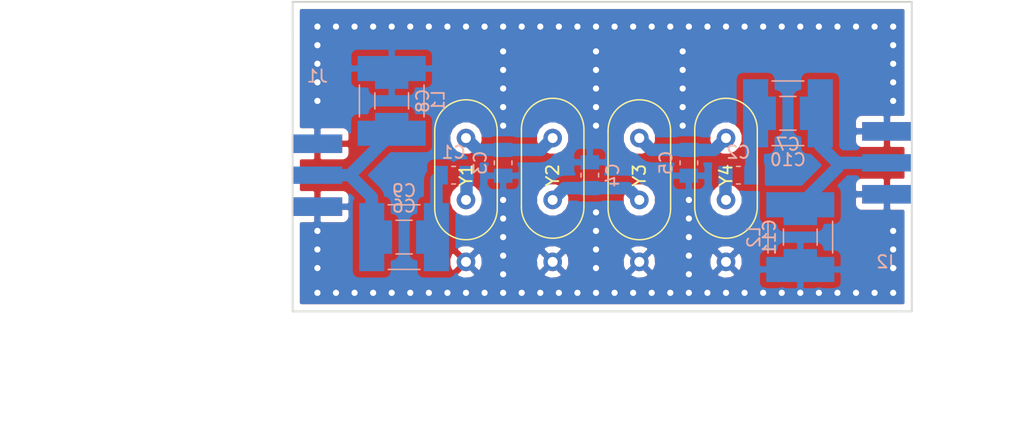
<source format=kicad_pcb>
(kicad_pcb (version 4) (host pcbnew 4.0.7)

  (general
    (links 145)
    (no_connects 0)
    (area 85.924999 80.924999 136.075001 106.075001)
    (thickness 1.6)
    (drawings 8)
    (tracks 35)
    (zones 0)
    (modules 126)
    (nets 11)
  )

  (page A4)
  (layers
    (0 F.Cu signal)
    (31 B.Cu signal)
    (32 B.Adhes user)
    (33 F.Adhes user)
    (34 B.Paste user)
    (35 F.Paste user)
    (36 B.SilkS user)
    (37 F.SilkS user)
    (38 B.Mask user)
    (39 F.Mask user)
    (40 Dwgs.User user)
    (41 Cmts.User user)
    (42 Eco1.User user)
    (43 Eco2.User user)
    (44 Edge.Cuts user)
    (45 Margin user)
    (46 B.CrtYd user)
    (47 F.CrtYd user)
    (48 B.Fab user)
    (49 F.Fab user)
  )

  (setup
    (last_trace_width 1)
    (user_trace_width 1)
    (user_trace_width 2)
    (user_trace_width 3)
    (trace_clearance 0.2)
    (zone_clearance 0.508)
    (zone_45_only no)
    (trace_min 0.2)
    (segment_width 0.2)
    (edge_width 0.15)
    (via_size 0.6)
    (via_drill 0.4)
    (via_min_size 0.4)
    (via_min_drill 0.3)
    (uvia_size 0.3)
    (uvia_drill 0.1)
    (uvias_allowed no)
    (uvia_min_size 0.2)
    (uvia_min_drill 0.1)
    (pcb_text_width 0.3)
    (pcb_text_size 1.5 1.5)
    (mod_edge_width 0.15)
    (mod_text_size 1 1)
    (mod_text_width 0.15)
    (pad_size 0.9 0.9)
    (pad_drill 0.5)
    (pad_to_mask_clearance 0.2)
    (aux_axis_origin 0 0)
    (visible_elements 7FFFFFFF)
    (pcbplotparams
      (layerselection 0x00030_80000001)
      (usegerberextensions false)
      (excludeedgelayer true)
      (linewidth 0.500000)
      (plotframeref false)
      (viasonmask false)
      (mode 1)
      (useauxorigin false)
      (hpglpennumber 1)
      (hpglpenspeed 20)
      (hpglpendiameter 15)
      (hpglpenoverlay 2)
      (psnegative false)
      (psa4output false)
      (plotreference true)
      (plotvalue true)
      (plotinvisibletext false)
      (padsonsilk false)
      (subtractmaskfromsilk false)
      (outputformat 1)
      (mirror false)
      (drillshape 1)
      (scaleselection 1)
      (outputdirectory ""))
  )

  (net 0 "")
  (net 1 "Net-(C1-Pad1)")
  (net 2 "Net-(C1-Pad2)")
  (net 3 "Net-(C2-Pad2)")
  (net 4 "Net-(C3-Pad1)")
  (net 5 GND)
  (net 6 "Net-(C4-Pad1)")
  (net 7 "Net-(C5-Pad1)")
  (net 8 "Net-(C10-Pad1)")
  (net 9 "Net-(C6-Pad2)")
  (net 10 "Net-(C10-Pad2)")

  (net_class Default "Ceci est la Netclass par défaut"
    (clearance 0.2)
    (trace_width 0.25)
    (via_dia 0.6)
    (via_drill 0.4)
    (uvia_dia 0.3)
    (uvia_drill 0.1)
    (add_net GND)
    (add_net "Net-(C1-Pad1)")
    (add_net "Net-(C1-Pad2)")
    (add_net "Net-(C10-Pad1)")
    (add_net "Net-(C10-Pad2)")
    (add_net "Net-(C2-Pad2)")
    (add_net "Net-(C3-Pad1)")
    (add_net "Net-(C4-Pad1)")
    (add_net "Net-(C5-Pad1)")
    (add_net "Net-(C6-Pad2)")
  )

  (module via:via (layer F.Cu) (tedit 5BB88F06) (tstamp 5BBBF963)
    (at 118 97)
    (tags "via stitching")
    (fp_text reference REF** (at 0.5 -1) (layer F.SilkS) hide
      (effects (font (size 1 1) (thickness 0.15)))
    )
    (fp_text value via (at 0 1) (layer F.Fab) hide
      (effects (font (size 1 1) (thickness 0.15)))
    )
    (pad 1 thru_hole circle (at 0 0) (size 0.9 0.9) (drill 0.5) (layers *.Cu)
      (net 5 GND) (zone_connect 2))
  )

  (module via:via (layer F.Cu) (tedit 5BB88F06) (tstamp 5BB8938F)
    (at 118 98.5)
    (tags "via stitching")
    (fp_text reference REF** (at 0.5 -1) (layer F.SilkS) hide
      (effects (font (size 1 1) (thickness 0.15)))
    )
    (fp_text value via (at 0 1) (layer F.Fab) hide
      (effects (font (size 1 1) (thickness 0.15)))
    )
    (pad 1 thru_hole circle (at 0 0) (size 0.9 0.9) (drill 0.5) (layers *.Cu)
      (net 5 GND) (zone_connect 2))
  )

  (module via:via (layer F.Cu) (tedit 5BB88F06) (tstamp 5BB8938B)
    (at 118 100)
    (tags "via stitching")
    (fp_text reference REF** (at 0.5 -1) (layer F.SilkS) hide
      (effects (font (size 1 1) (thickness 0.15)))
    )
    (fp_text value via (at 0 1) (layer F.Fab) hide
      (effects (font (size 1 1) (thickness 0.15)))
    )
    (pad 1 thru_hole circle (at 0 0) (size 0.9 0.9) (drill 0.5) (layers *.Cu)
      (net 5 GND) (zone_connect 2))
  )

  (module via:via (layer F.Cu) (tedit 5BB88F06) (tstamp 5BB89387)
    (at 118 101.5)
    (tags "via stitching")
    (fp_text reference REF** (at 0.5 -1) (layer F.SilkS) hide
      (effects (font (size 1 1) (thickness 0.15)))
    )
    (fp_text value via (at 0 1) (layer F.Fab) hide
      (effects (font (size 1 1) (thickness 0.15)))
    )
    (pad 1 thru_hole circle (at 0 0) (size 0.9 0.9) (drill 0.5) (layers *.Cu)
      (net 5 GND) (zone_connect 2))
  )

  (module via:via (layer F.Cu) (tedit 5BB88F06) (tstamp 5BB89383)
    (at 118 103)
    (tags "via stitching")
    (fp_text reference REF** (at 0.5 -1) (layer F.SilkS) hide
      (effects (font (size 1 1) (thickness 0.15)))
    )
    (fp_text value via (at 0 1) (layer F.Fab) hide
      (effects (font (size 1 1) (thickness 0.15)))
    )
    (pad 1 thru_hole circle (at 0 0) (size 0.9 0.9) (drill 0.5) (layers *.Cu)
      (net 5 GND) (zone_connect 2))
  )

  (module via:via (layer F.Cu) (tedit 5BB88F06) (tstamp 5BBBF95F)
    (at 103 97)
    (tags "via stitching")
    (fp_text reference REF** (at 0.5 -1) (layer F.SilkS) hide
      (effects (font (size 1 1) (thickness 0.15)))
    )
    (fp_text value via (at 0 1) (layer F.Fab) hide
      (effects (font (size 1 1) (thickness 0.15)))
    )
    (pad 1 thru_hole circle (at 0 0) (size 0.9 0.9) (drill 0.5) (layers *.Cu)
      (net 5 GND) (zone_connect 2))
  )

  (module via:via (layer F.Cu) (tedit 5BB88F06) (tstamp 5BB8937F)
    (at 103 98.5)
    (tags "via stitching")
    (fp_text reference REF** (at 0.5 -1) (layer F.SilkS) hide
      (effects (font (size 1 1) (thickness 0.15)))
    )
    (fp_text value via (at 0 1) (layer F.Fab) hide
      (effects (font (size 1 1) (thickness 0.15)))
    )
    (pad 1 thru_hole circle (at 0 0) (size 0.9 0.9) (drill 0.5) (layers *.Cu)
      (net 5 GND) (zone_connect 2))
  )

  (module via:via (layer F.Cu) (tedit 5BB88F06) (tstamp 5BB8937B)
    (at 103 100)
    (tags "via stitching")
    (fp_text reference REF** (at 0.5 -1) (layer F.SilkS) hide
      (effects (font (size 1 1) (thickness 0.15)))
    )
    (fp_text value via (at 0 1) (layer F.Fab) hide
      (effects (font (size 1 1) (thickness 0.15)))
    )
    (pad 1 thru_hole circle (at 0 0) (size 0.9 0.9) (drill 0.5) (layers *.Cu)
      (net 5 GND) (zone_connect 2))
  )

  (module via:via (layer F.Cu) (tedit 5BB88F06) (tstamp 5BB89377)
    (at 103 101.5)
    (tags "via stitching")
    (fp_text reference REF** (at 0.5 -1) (layer F.SilkS) hide
      (effects (font (size 1 1) (thickness 0.15)))
    )
    (fp_text value via (at 0 1) (layer F.Fab) hide
      (effects (font (size 1 1) (thickness 0.15)))
    )
    (pad 1 thru_hole circle (at 0 0) (size 0.9 0.9) (drill 0.5) (layers *.Cu)
      (net 5 GND) (zone_connect 2))
  )

  (module via:via (layer F.Cu) (tedit 5BB88F06) (tstamp 5BB89373)
    (at 103 103)
    (tags "via stitching")
    (fp_text reference REF** (at 0.5 -1) (layer F.SilkS) hide
      (effects (font (size 1 1) (thickness 0.15)))
    )
    (fp_text value via (at 0 1) (layer F.Fab) hide
      (effects (font (size 1 1) (thickness 0.15)))
    )
    (pad 1 thru_hole circle (at 0 0) (size 0.9 0.9) (drill 0.5) (layers *.Cu)
      (net 5 GND) (zone_connect 2))
  )

  (module via:via (layer F.Cu) (tedit 5BB88F06) (tstamp 5BBBF95B)
    (at 117.5 85)
    (tags "via stitching")
    (fp_text reference REF** (at 0.5 -1) (layer F.SilkS) hide
      (effects (font (size 1 1) (thickness 0.15)))
    )
    (fp_text value via (at 0 1) (layer F.Fab) hide
      (effects (font (size 1 1) (thickness 0.15)))
    )
    (pad 1 thru_hole circle (at 0 0) (size 0.9 0.9) (drill 0.5) (layers *.Cu)
      (net 5 GND) (zone_connect 2))
  )

  (module via:via (layer F.Cu) (tedit 5BB88F06) (tstamp 5BB8936F)
    (at 117.5 86.5)
    (tags "via stitching")
    (fp_text reference REF** (at 0.5 -1) (layer F.SilkS) hide
      (effects (font (size 1 1) (thickness 0.15)))
    )
    (fp_text value via (at 0 1) (layer F.Fab) hide
      (effects (font (size 1 1) (thickness 0.15)))
    )
    (pad 1 thru_hole circle (at 0 0) (size 0.9 0.9) (drill 0.5) (layers *.Cu)
      (net 5 GND) (zone_connect 2))
  )

  (module via:via (layer F.Cu) (tedit 5BB88F06) (tstamp 5BB8936B)
    (at 117.5 88)
    (tags "via stitching")
    (fp_text reference REF** (at 0.5 -1) (layer F.SilkS) hide
      (effects (font (size 1 1) (thickness 0.15)))
    )
    (fp_text value via (at 0 1) (layer F.Fab) hide
      (effects (font (size 1 1) (thickness 0.15)))
    )
    (pad 1 thru_hole circle (at 0 0) (size 0.9 0.9) (drill 0.5) (layers *.Cu)
      (net 5 GND) (zone_connect 2))
  )

  (module via:via (layer F.Cu) (tedit 5BB88F06) (tstamp 5BB89367)
    (at 117.5 89.5)
    (tags "via stitching")
    (fp_text reference REF** (at 0.5 -1) (layer F.SilkS) hide
      (effects (font (size 1 1) (thickness 0.15)))
    )
    (fp_text value via (at 0 1) (layer F.Fab) hide
      (effects (font (size 1 1) (thickness 0.15)))
    )
    (pad 1 thru_hole circle (at 0 0) (size 0.9 0.9) (drill 0.5) (layers *.Cu)
      (net 5 GND) (zone_connect 2))
  )

  (module via:via (layer F.Cu) (tedit 5BB88F06) (tstamp 5BB89363)
    (at 117.5 91)
    (tags "via stitching")
    (fp_text reference REF** (at 0.5 -1) (layer F.SilkS) hide
      (effects (font (size 1 1) (thickness 0.15)))
    )
    (fp_text value via (at 0 1) (layer F.Fab) hide
      (effects (font (size 1 1) (thickness 0.15)))
    )
    (pad 1 thru_hole circle (at 0 0) (size 0.9 0.9) (drill 0.5) (layers *.Cu)
      (net 5 GND) (zone_connect 2))
  )

  (module via:via (layer F.Cu) (tedit 5BB88F06) (tstamp 5BBBF957)
    (at 110.5 85)
    (tags "via stitching")
    (fp_text reference REF** (at 0.5 -1) (layer F.SilkS) hide
      (effects (font (size 1 1) (thickness 0.15)))
    )
    (fp_text value via (at 0 1) (layer F.Fab) hide
      (effects (font (size 1 1) (thickness 0.15)))
    )
    (pad 1 thru_hole circle (at 0 0) (size 0.9 0.9) (drill 0.5) (layers *.Cu)
      (net 5 GND) (zone_connect 2))
  )

  (module via:via (layer F.Cu) (tedit 5BB88F06) (tstamp 5BB8935F)
    (at 110.5 86.5)
    (tags "via stitching")
    (fp_text reference REF** (at 0.5 -1) (layer F.SilkS) hide
      (effects (font (size 1 1) (thickness 0.15)))
    )
    (fp_text value via (at 0 1) (layer F.Fab) hide
      (effects (font (size 1 1) (thickness 0.15)))
    )
    (pad 1 thru_hole circle (at 0 0) (size 0.9 0.9) (drill 0.5) (layers *.Cu)
      (net 5 GND) (zone_connect 2))
  )

  (module via:via (layer F.Cu) (tedit 5BB88F06) (tstamp 5BB8935B)
    (at 110.5 88)
    (tags "via stitching")
    (fp_text reference REF** (at 0.5 -1) (layer F.SilkS) hide
      (effects (font (size 1 1) (thickness 0.15)))
    )
    (fp_text value via (at 0 1) (layer F.Fab) hide
      (effects (font (size 1 1) (thickness 0.15)))
    )
    (pad 1 thru_hole circle (at 0 0) (size 0.9 0.9) (drill 0.5) (layers *.Cu)
      (net 5 GND) (zone_connect 2))
  )

  (module via:via (layer F.Cu) (tedit 5BB88F06) (tstamp 5BB89357)
    (at 110.5 89.5)
    (tags "via stitching")
    (fp_text reference REF** (at 0.5 -1) (layer F.SilkS) hide
      (effects (font (size 1 1) (thickness 0.15)))
    )
    (fp_text value via (at 0 1) (layer F.Fab) hide
      (effects (font (size 1 1) (thickness 0.15)))
    )
    (pad 1 thru_hole circle (at 0 0) (size 0.9 0.9) (drill 0.5) (layers *.Cu)
      (net 5 GND) (zone_connect 2))
  )

  (module via:via (layer F.Cu) (tedit 5BB88F06) (tstamp 5BB89353)
    (at 110.5 91)
    (tags "via stitching")
    (fp_text reference REF** (at 0.5 -1) (layer F.SilkS) hide
      (effects (font (size 1 1) (thickness 0.15)))
    )
    (fp_text value via (at 0 1) (layer F.Fab) hide
      (effects (font (size 1 1) (thickness 0.15)))
    )
    (pad 1 thru_hole circle (at 0 0) (size 0.9 0.9) (drill 0.5) (layers *.Cu)
      (net 5 GND) (zone_connect 2))
  )

  (module via:via (layer F.Cu) (tedit 5BB88F06) (tstamp 5BBBF953)
    (at 103 85)
    (tags "via stitching")
    (fp_text reference REF** (at 0.5 -1) (layer F.SilkS) hide
      (effects (font (size 1 1) (thickness 0.15)))
    )
    (fp_text value via (at 0 1) (layer F.Fab) hide
      (effects (font (size 1 1) (thickness 0.15)))
    )
    (pad 1 thru_hole circle (at 0 0) (size 0.9 0.9) (drill 0.5) (layers *.Cu)
      (net 5 GND) (zone_connect 2))
  )

  (module via:via (layer F.Cu) (tedit 5BB88F06) (tstamp 5BB8934F)
    (at 103 86.5)
    (tags "via stitching")
    (fp_text reference REF** (at 0.5 -1) (layer F.SilkS) hide
      (effects (font (size 1 1) (thickness 0.15)))
    )
    (fp_text value via (at 0 1) (layer F.Fab) hide
      (effects (font (size 1 1) (thickness 0.15)))
    )
    (pad 1 thru_hole circle (at 0 0) (size 0.9 0.9) (drill 0.5) (layers *.Cu)
      (net 5 GND) (zone_connect 2))
  )

  (module via:via (layer F.Cu) (tedit 5BB88F06) (tstamp 5BB8934B)
    (at 103 88)
    (tags "via stitching")
    (fp_text reference REF** (at 0.5 -1) (layer F.SilkS) hide
      (effects (font (size 1 1) (thickness 0.15)))
    )
    (fp_text value via (at 0 1) (layer F.Fab) hide
      (effects (font (size 1 1) (thickness 0.15)))
    )
    (pad 1 thru_hole circle (at 0 0) (size 0.9 0.9) (drill 0.5) (layers *.Cu)
      (net 5 GND) (zone_connect 2))
  )

  (module via:via (layer F.Cu) (tedit 5BB88F06) (tstamp 5BB89347)
    (at 103 89.5)
    (tags "via stitching")
    (fp_text reference REF** (at 0.5 -1) (layer F.SilkS) hide
      (effects (font (size 1 1) (thickness 0.15)))
    )
    (fp_text value via (at 0 1) (layer F.Fab) hide
      (effects (font (size 1 1) (thickness 0.15)))
    )
    (pad 1 thru_hole circle (at 0 0) (size 0.9 0.9) (drill 0.5) (layers *.Cu)
      (net 5 GND) (zone_connect 2))
  )

  (module via:via (layer F.Cu) (tedit 5BB88F06) (tstamp 5BB89343)
    (at 103 91)
    (tags "via stitching")
    (fp_text reference REF** (at 0.5 -1) (layer F.SilkS) hide
      (effects (font (size 1 1) (thickness 0.15)))
    )
    (fp_text value via (at 0 1) (layer F.Fab) hide
      (effects (font (size 1 1) (thickness 0.15)))
    )
    (pad 1 thru_hole circle (at 0 0) (size 0.9 0.9) (drill 0.5) (layers *.Cu)
      (net 5 GND) (zone_connect 2))
  )

  (module via:via (layer F.Cu) (tedit 5BB88F06) (tstamp 5BBBF94F)
    (at 134.5 99.5)
    (tags "via stitching")
    (fp_text reference REF** (at 0.5 -1) (layer F.SilkS) hide
      (effects (font (size 1 1) (thickness 0.15)))
    )
    (fp_text value via (at 0 1) (layer F.Fab) hide
      (effects (font (size 1 1) (thickness 0.15)))
    )
    (pad 1 thru_hole circle (at 0 0) (size 0.9 0.9) (drill 0.5) (layers *.Cu)
      (net 5 GND) (zone_connect 2))
  )

  (module via:via (layer F.Cu) (tedit 5BB88F06) (tstamp 5BB8933F)
    (at 134.5 101)
    (tags "via stitching")
    (fp_text reference REF** (at 0.5 -1) (layer F.SilkS) hide
      (effects (font (size 1 1) (thickness 0.15)))
    )
    (fp_text value via (at 0 1) (layer F.Fab) hide
      (effects (font (size 1 1) (thickness 0.15)))
    )
    (pad 1 thru_hole circle (at 0 0) (size 0.9 0.9) (drill 0.5) (layers *.Cu)
      (net 5 GND) (zone_connect 2))
  )

  (module via:via (layer F.Cu) (tedit 5BB88F06) (tstamp 5BB8933B)
    (at 134.5 102.5)
    (tags "via stitching")
    (fp_text reference REF** (at 0.5 -1) (layer F.SilkS) hide
      (effects (font (size 1 1) (thickness 0.15)))
    )
    (fp_text value via (at 0 1) (layer F.Fab) hide
      (effects (font (size 1 1) (thickness 0.15)))
    )
    (pad 1 thru_hole circle (at 0 0) (size 0.9 0.9) (drill 0.5) (layers *.Cu)
      (net 5 GND) (zone_connect 2))
  )

  (module via:via (layer F.Cu) (tedit 5BB88F06) (tstamp 5BBBF94B)
    (at 88 99.5)
    (tags "via stitching")
    (fp_text reference REF** (at 0.5 -1) (layer F.SilkS) hide
      (effects (font (size 1 1) (thickness 0.15)))
    )
    (fp_text value via (at 0 1) (layer F.Fab) hide
      (effects (font (size 1 1) (thickness 0.15)))
    )
    (pad 1 thru_hole circle (at 0 0) (size 0.9 0.9) (drill 0.5) (layers *.Cu)
      (net 5 GND) (zone_connect 2))
  )

  (module via:via (layer F.Cu) (tedit 5BB88F06) (tstamp 5BB8932F)
    (at 88 101)
    (tags "via stitching")
    (fp_text reference REF** (at 0.5 -1) (layer F.SilkS) hide
      (effects (font (size 1 1) (thickness 0.15)))
    )
    (fp_text value via (at 0 1) (layer F.Fab) hide
      (effects (font (size 1 1) (thickness 0.15)))
    )
    (pad 1 thru_hole circle (at 0 0) (size 0.9 0.9) (drill 0.5) (layers *.Cu)
      (net 5 GND) (zone_connect 2))
  )

  (module via:via (layer F.Cu) (tedit 5BB88F06) (tstamp 5BB8932B)
    (at 88 102.5)
    (tags "via stitching")
    (fp_text reference REF** (at 0.5 -1) (layer F.SilkS) hide
      (effects (font (size 1 1) (thickness 0.15)))
    )
    (fp_text value via (at 0 1) (layer F.Fab) hide
      (effects (font (size 1 1) (thickness 0.15)))
    )
    (pad 1 thru_hole circle (at 0 0) (size 0.9 0.9) (drill 0.5) (layers *.Cu)
      (net 5 GND) (zone_connect 2))
  )

  (module via:via (layer F.Cu) (tedit 5BB88F06) (tstamp 5BB8931B)
    (at 110.5 102.5)
    (tags "via stitching")
    (fp_text reference REF** (at 0.5 -1) (layer F.SilkS) hide
      (effects (font (size 1 1) (thickness 0.15)))
    )
    (fp_text value via (at 0 1) (layer F.Fab) hide
      (effects (font (size 1 1) (thickness 0.15)))
    )
    (pad 1 thru_hole circle (at 0 0) (size 0.9 0.9) (drill 0.5) (layers *.Cu)
      (net 5 GND) (zone_connect 2))
  )

  (module via:via (layer F.Cu) (tedit 5BB88F06) (tstamp 5BB89317)
    (at 110.5 101)
    (tags "via stitching")
    (fp_text reference REF** (at 0.5 -1) (layer F.SilkS) hide
      (effects (font (size 1 1) (thickness 0.15)))
    )
    (fp_text value via (at 0 1) (layer F.Fab) hide
      (effects (font (size 1 1) (thickness 0.15)))
    )
    (pad 1 thru_hole circle (at 0 0) (size 0.9 0.9) (drill 0.5) (layers *.Cu)
      (net 5 GND) (zone_connect 2))
  )

  (module via:via (layer F.Cu) (tedit 5BB88F06) (tstamp 5BB89313)
    (at 110.5 99.5)
    (tags "via stitching")
    (fp_text reference REF** (at 0.5 -1) (layer F.SilkS) hide
      (effects (font (size 1 1) (thickness 0.15)))
    )
    (fp_text value via (at 0 1) (layer F.Fab) hide
      (effects (font (size 1 1) (thickness 0.15)))
    )
    (pad 1 thru_hole circle (at 0 0) (size 0.9 0.9) (drill 0.5) (layers *.Cu)
      (net 5 GND) (zone_connect 2))
  )

  (module via:via (layer F.Cu) (tedit 5BB88F06) (tstamp 5BBBF947)
    (at 110.5 98)
    (tags "via stitching")
    (fp_text reference REF** (at 0.5 -1) (layer F.SilkS) hide
      (effects (font (size 1 1) (thickness 0.15)))
    )
    (fp_text value via (at 0 1) (layer F.Fab) hide
      (effects (font (size 1 1) (thickness 0.15)))
    )
    (pad 1 thru_hole circle (at 0 0) (size 0.9 0.9) (drill 0.5) (layers *.Cu)
      (net 5 GND) (zone_connect 2))
  )

  (module via:via (layer F.Cu) (tedit 5BB88F06) (tstamp 5BB89309)
    (at 134.5 89)
    (tags "via stitching")
    (fp_text reference REF** (at 0.5 -1) (layer F.SilkS) hide
      (effects (font (size 1 1) (thickness 0.15)))
    )
    (fp_text value via (at 0 1) (layer F.Fab) hide
      (effects (font (size 1 1) (thickness 0.15)))
    )
    (pad 1 thru_hole circle (at 0 0) (size 0.9 0.9) (drill 0.5) (layers *.Cu)
      (net 5 GND) (zone_connect 2))
  )

  (module via:via (layer F.Cu) (tedit 5BB88F06) (tstamp 5BB89305)
    (at 134.5 87.5)
    (tags "via stitching")
    (fp_text reference REF** (at 0.5 -1) (layer F.SilkS) hide
      (effects (font (size 1 1) (thickness 0.15)))
    )
    (fp_text value via (at 0 1) (layer F.Fab) hide
      (effects (font (size 1 1) (thickness 0.15)))
    )
    (pad 1 thru_hole circle (at 0 0) (size 0.9 0.9) (drill 0.5) (layers *.Cu)
      (net 5 GND) (zone_connect 2))
  )

  (module via:via (layer F.Cu) (tedit 5BB88F06) (tstamp 5BB89301)
    (at 134.5 86)
    (tags "via stitching")
    (fp_text reference REF** (at 0.5 -1) (layer F.SilkS) hide
      (effects (font (size 1 1) (thickness 0.15)))
    )
    (fp_text value via (at 0 1) (layer F.Fab) hide
      (effects (font (size 1 1) (thickness 0.15)))
    )
    (pad 1 thru_hole circle (at 0 0) (size 0.9 0.9) (drill 0.5) (layers *.Cu)
      (net 5 GND) (zone_connect 2))
  )

  (module via:via (layer F.Cu) (tedit 5BB88F06) (tstamp 5BB892FD)
    (at 134.5 84.5)
    (tags "via stitching")
    (fp_text reference REF** (at 0.5 -1) (layer F.SilkS) hide
      (effects (font (size 1 1) (thickness 0.15)))
    )
    (fp_text value via (at 0 1) (layer F.Fab) hide
      (effects (font (size 1 1) (thickness 0.15)))
    )
    (pad 1 thru_hole circle (at 0 0) (size 0.9 0.9) (drill 0.5) (layers *.Cu)
      (net 5 GND) (zone_connect 2))
  )

  (module via:via (layer F.Cu) (tedit 5BB88F06) (tstamp 5BB892EB)
    (at 88 89)
    (tags "via stitching")
    (fp_text reference REF** (at 0.5 -1) (layer F.SilkS) hide
      (effects (font (size 1 1) (thickness 0.15)))
    )
    (fp_text value via (at 0 1) (layer F.Fab) hide
      (effects (font (size 1 1) (thickness 0.15)))
    )
    (pad 1 thru_hole circle (at 0 0) (size 0.9 0.9) (drill 0.5) (layers *.Cu)
      (net 5 GND) (zone_connect 2))
  )

  (module via:via (layer F.Cu) (tedit 5BB88F06) (tstamp 5BB892E7)
    (at 88 87.5)
    (tags "via stitching")
    (fp_text reference REF** (at 0.5 -1) (layer F.SilkS) hide
      (effects (font (size 1 1) (thickness 0.15)))
    )
    (fp_text value via (at 0 1) (layer F.Fab) hide
      (effects (font (size 1 1) (thickness 0.15)))
    )
    (pad 1 thru_hole circle (at 0 0) (size 0.9 0.9) (drill 0.5) (layers *.Cu)
      (net 5 GND) (zone_connect 2))
  )

  (module via:via (layer F.Cu) (tedit 5BB88F06) (tstamp 5BB892E3)
    (at 88 86)
    (tags "via stitching")
    (fp_text reference REF** (at 0.5 -1) (layer F.SilkS) hide
      (effects (font (size 1 1) (thickness 0.15)))
    )
    (fp_text value via (at 0 1) (layer F.Fab) hide
      (effects (font (size 1 1) (thickness 0.15)))
    )
    (pad 1 thru_hole circle (at 0 0) (size 0.9 0.9) (drill 0.5) (layers *.Cu)
      (net 5 GND) (zone_connect 2))
  )

  (module via:via (layer F.Cu) (tedit 5BB88F06) (tstamp 5BB892DF)
    (at 88 84.5)
    (tags "via stitching")
    (fp_text reference REF** (at 0.5 -1) (layer F.SilkS) hide
      (effects (font (size 1 1) (thickness 0.15)))
    )
    (fp_text value via (at 0 1) (layer F.Fab) hide
      (effects (font (size 1 1) (thickness 0.15)))
    )
    (pad 1 thru_hole circle (at 0 0) (size 0.9 0.9) (drill 0.5) (layers *.Cu)
      (net 5 GND) (zone_connect 2))
  )

  (module via:via (layer F.Cu) (tedit 5BB88F06) (tstamp 5BB892BE)
    (at 134.5 83)
    (tags "via stitching")
    (fp_text reference REF** (at 0.5 -1) (layer F.SilkS) hide
      (effects (font (size 1 1) (thickness 0.15)))
    )
    (fp_text value via (at 0 1) (layer F.Fab) hide
      (effects (font (size 1 1) (thickness 0.15)))
    )
    (pad 1 thru_hole circle (at 0 0) (size 0.9 0.9) (drill 0.5) (layers *.Cu)
      (net 5 GND) (zone_connect 2))
  )

  (module via:via (layer F.Cu) (tedit 5BB88F06) (tstamp 5BB892BA)
    (at 133 83)
    (tags "via stitching")
    (fp_text reference REF** (at 0.5 -1) (layer F.SilkS) hide
      (effects (font (size 1 1) (thickness 0.15)))
    )
    (fp_text value via (at 0 1) (layer F.Fab) hide
      (effects (font (size 1 1) (thickness 0.15)))
    )
    (pad 1 thru_hole circle (at 0 0) (size 0.9 0.9) (drill 0.5) (layers *.Cu)
      (net 5 GND) (zone_connect 2))
  )

  (module via:via (layer F.Cu) (tedit 5BB88F06) (tstamp 5BB892B6)
    (at 131.5 83)
    (tags "via stitching")
    (fp_text reference REF** (at 0.5 -1) (layer F.SilkS) hide
      (effects (font (size 1 1) (thickness 0.15)))
    )
    (fp_text value via (at 0 1) (layer F.Fab) hide
      (effects (font (size 1 1) (thickness 0.15)))
    )
    (pad 1 thru_hole circle (at 0 0) (size 0.9 0.9) (drill 0.5) (layers *.Cu)
      (net 5 GND) (zone_connect 2))
  )

  (module via:via (layer F.Cu) (tedit 5BB88F06) (tstamp 5BB892B2)
    (at 130 83)
    (tags "via stitching")
    (fp_text reference REF** (at 0.5 -1) (layer F.SilkS) hide
      (effects (font (size 1 1) (thickness 0.15)))
    )
    (fp_text value via (at 0 1) (layer F.Fab) hide
      (effects (font (size 1 1) (thickness 0.15)))
    )
    (pad 1 thru_hole circle (at 0 0) (size 0.9 0.9) (drill 0.5) (layers *.Cu)
      (net 5 GND) (zone_connect 2))
  )

  (module via:via (layer F.Cu) (tedit 5BB88F06) (tstamp 5BB892AE)
    (at 128.5 83)
    (tags "via stitching")
    (fp_text reference REF** (at 0.5 -1) (layer F.SilkS) hide
      (effects (font (size 1 1) (thickness 0.15)))
    )
    (fp_text value via (at 0 1) (layer F.Fab) hide
      (effects (font (size 1 1) (thickness 0.15)))
    )
    (pad 1 thru_hole circle (at 0 0) (size 0.9 0.9) (drill 0.5) (layers *.Cu)
      (net 5 GND) (zone_connect 2))
  )

  (module via:via (layer F.Cu) (tedit 5BB88F06) (tstamp 5BB892AA)
    (at 127 83)
    (tags "via stitching")
    (fp_text reference REF** (at 0.5 -1) (layer F.SilkS) hide
      (effects (font (size 1 1) (thickness 0.15)))
    )
    (fp_text value via (at 0 1) (layer F.Fab) hide
      (effects (font (size 1 1) (thickness 0.15)))
    )
    (pad 1 thru_hole circle (at 0 0) (size 0.9 0.9) (drill 0.5) (layers *.Cu)
      (net 5 GND) (zone_connect 2))
  )

  (module via:via (layer F.Cu) (tedit 5BB88F06) (tstamp 5BB892A6)
    (at 125.5 83)
    (tags "via stitching")
    (fp_text reference REF** (at 0.5 -1) (layer F.SilkS) hide
      (effects (font (size 1 1) (thickness 0.15)))
    )
    (fp_text value via (at 0 1) (layer F.Fab) hide
      (effects (font (size 1 1) (thickness 0.15)))
    )
    (pad 1 thru_hole circle (at 0 0) (size 0.9 0.9) (drill 0.5) (layers *.Cu)
      (net 5 GND) (zone_connect 2))
  )

  (module via:via (layer F.Cu) (tedit 5BB88F06) (tstamp 5BB892A2)
    (at 124 83)
    (tags "via stitching")
    (fp_text reference REF** (at 0.5 -1) (layer F.SilkS) hide
      (effects (font (size 1 1) (thickness 0.15)))
    )
    (fp_text value via (at 0 1) (layer F.Fab) hide
      (effects (font (size 1 1) (thickness 0.15)))
    )
    (pad 1 thru_hole circle (at 0 0) (size 0.9 0.9) (drill 0.5) (layers *.Cu)
      (net 5 GND) (zone_connect 2))
  )

  (module via:via (layer F.Cu) (tedit 5BB88F06) (tstamp 5BB8929E)
    (at 122.5 83)
    (tags "via stitching")
    (fp_text reference REF** (at 0.5 -1) (layer F.SilkS) hide
      (effects (font (size 1 1) (thickness 0.15)))
    )
    (fp_text value via (at 0 1) (layer F.Fab) hide
      (effects (font (size 1 1) (thickness 0.15)))
    )
    (pad 1 thru_hole circle (at 0 0) (size 0.9 0.9) (drill 0.5) (layers *.Cu)
      (net 5 GND) (zone_connect 2))
  )

  (module via:via (layer F.Cu) (tedit 5BB88F06) (tstamp 5BB8929A)
    (at 121 83)
    (tags "via stitching")
    (fp_text reference REF** (at 0.5 -1) (layer F.SilkS) hide
      (effects (font (size 1 1) (thickness 0.15)))
    )
    (fp_text value via (at 0 1) (layer F.Fab) hide
      (effects (font (size 1 1) (thickness 0.15)))
    )
    (pad 1 thru_hole circle (at 0 0) (size 0.9 0.9) (drill 0.5) (layers *.Cu)
      (net 5 GND) (zone_connect 2))
  )

  (module via:via (layer F.Cu) (tedit 5BB88F06) (tstamp 5BB89296)
    (at 119.5 83)
    (tags "via stitching")
    (fp_text reference REF** (at 0.5 -1) (layer F.SilkS) hide
      (effects (font (size 1 1) (thickness 0.15)))
    )
    (fp_text value via (at 0 1) (layer F.Fab) hide
      (effects (font (size 1 1) (thickness 0.15)))
    )
    (pad 1 thru_hole circle (at 0 0) (size 0.9 0.9) (drill 0.5) (layers *.Cu)
      (net 5 GND) (zone_connect 2))
  )

  (module via:via (layer F.Cu) (tedit 5BB88F06) (tstamp 5BB89292)
    (at 118 83)
    (tags "via stitching")
    (fp_text reference REF** (at 0.5 -1) (layer F.SilkS) hide
      (effects (font (size 1 1) (thickness 0.15)))
    )
    (fp_text value via (at 0 1) (layer F.Fab) hide
      (effects (font (size 1 1) (thickness 0.15)))
    )
    (pad 1 thru_hole circle (at 0 0) (size 0.9 0.9) (drill 0.5) (layers *.Cu)
      (net 5 GND) (zone_connect 2))
  )

  (module via:via (layer F.Cu) (tedit 5BB88F06) (tstamp 5BB8928E)
    (at 116.5 83)
    (tags "via stitching")
    (fp_text reference REF** (at 0.5 -1) (layer F.SilkS) hide
      (effects (font (size 1 1) (thickness 0.15)))
    )
    (fp_text value via (at 0 1) (layer F.Fab) hide
      (effects (font (size 1 1) (thickness 0.15)))
    )
    (pad 1 thru_hole circle (at 0 0) (size 0.9 0.9) (drill 0.5) (layers *.Cu)
      (net 5 GND) (zone_connect 2))
  )

  (module via:via (layer F.Cu) (tedit 5BB88F06) (tstamp 5BB8928A)
    (at 115 83)
    (tags "via stitching")
    (fp_text reference REF** (at 0.5 -1) (layer F.SilkS) hide
      (effects (font (size 1 1) (thickness 0.15)))
    )
    (fp_text value via (at 0 1) (layer F.Fab) hide
      (effects (font (size 1 1) (thickness 0.15)))
    )
    (pad 1 thru_hole circle (at 0 0) (size 0.9 0.9) (drill 0.5) (layers *.Cu)
      (net 5 GND) (zone_connect 2))
  )

  (module via:via (layer F.Cu) (tedit 5BB88F06) (tstamp 5BB89286)
    (at 113.5 83)
    (tags "via stitching")
    (fp_text reference REF** (at 0.5 -1) (layer F.SilkS) hide
      (effects (font (size 1 1) (thickness 0.15)))
    )
    (fp_text value via (at 0 1) (layer F.Fab) hide
      (effects (font (size 1 1) (thickness 0.15)))
    )
    (pad 1 thru_hole circle (at 0 0) (size 0.9 0.9) (drill 0.5) (layers *.Cu)
      (net 5 GND) (zone_connect 2))
  )

  (module via:via (layer F.Cu) (tedit 5BB88F06) (tstamp 5BB89282)
    (at 112 83)
    (tags "via stitching")
    (fp_text reference REF** (at 0.5 -1) (layer F.SilkS) hide
      (effects (font (size 1 1) (thickness 0.15)))
    )
    (fp_text value via (at 0 1) (layer F.Fab) hide
      (effects (font (size 1 1) (thickness 0.15)))
    )
    (pad 1 thru_hole circle (at 0 0) (size 0.9 0.9) (drill 0.5) (layers *.Cu)
      (net 5 GND) (zone_connect 2))
  )

  (module via:via (layer F.Cu) (tedit 5BB88F06) (tstamp 5BB8927E)
    (at 110.5 83)
    (tags "via stitching")
    (fp_text reference REF** (at 0.5 -1) (layer F.SilkS) hide
      (effects (font (size 1 1) (thickness 0.15)))
    )
    (fp_text value via (at 0 1) (layer F.Fab) hide
      (effects (font (size 1 1) (thickness 0.15)))
    )
    (pad 1 thru_hole circle (at 0 0) (size 0.9 0.9) (drill 0.5) (layers *.Cu)
      (net 5 GND) (zone_connect 2))
  )

  (module via:via (layer F.Cu) (tedit 5BB88F06) (tstamp 5BB8927A)
    (at 109 83)
    (tags "via stitching")
    (fp_text reference REF** (at 0.5 -1) (layer F.SilkS) hide
      (effects (font (size 1 1) (thickness 0.15)))
    )
    (fp_text value via (at 0 1) (layer F.Fab) hide
      (effects (font (size 1 1) (thickness 0.15)))
    )
    (pad 1 thru_hole circle (at 0 0) (size 0.9 0.9) (drill 0.5) (layers *.Cu)
      (net 5 GND) (zone_connect 2))
  )

  (module via:via (layer F.Cu) (tedit 5BB88F06) (tstamp 5BB89276)
    (at 107.5 83)
    (tags "via stitching")
    (fp_text reference REF** (at 0.5 -1) (layer F.SilkS) hide
      (effects (font (size 1 1) (thickness 0.15)))
    )
    (fp_text value via (at 0 1) (layer F.Fab) hide
      (effects (font (size 1 1) (thickness 0.15)))
    )
    (pad 1 thru_hole circle (at 0 0) (size 0.9 0.9) (drill 0.5) (layers *.Cu)
      (net 5 GND) (zone_connect 2))
  )

  (module via:via (layer F.Cu) (tedit 5BB88F06) (tstamp 5BB89272)
    (at 106 83)
    (tags "via stitching")
    (fp_text reference REF** (at 0.5 -1) (layer F.SilkS) hide
      (effects (font (size 1 1) (thickness 0.15)))
    )
    (fp_text value via (at 0 1) (layer F.Fab) hide
      (effects (font (size 1 1) (thickness 0.15)))
    )
    (pad 1 thru_hole circle (at 0 0) (size 0.9 0.9) (drill 0.5) (layers *.Cu)
      (net 5 GND) (zone_connect 2))
  )

  (module via:via (layer F.Cu) (tedit 5BB88F06) (tstamp 5BB8926E)
    (at 104.5 83)
    (tags "via stitching")
    (fp_text reference REF** (at 0.5 -1) (layer F.SilkS) hide
      (effects (font (size 1 1) (thickness 0.15)))
    )
    (fp_text value via (at 0 1) (layer F.Fab) hide
      (effects (font (size 1 1) (thickness 0.15)))
    )
    (pad 1 thru_hole circle (at 0 0) (size 0.9 0.9) (drill 0.5) (layers *.Cu)
      (net 5 GND) (zone_connect 2))
  )

  (module via:via (layer F.Cu) (tedit 5BB88F06) (tstamp 5BB8926A)
    (at 103 83)
    (tags "via stitching")
    (fp_text reference REF** (at 0.5 -1) (layer F.SilkS) hide
      (effects (font (size 1 1) (thickness 0.15)))
    )
    (fp_text value via (at 0 1) (layer F.Fab) hide
      (effects (font (size 1 1) (thickness 0.15)))
    )
    (pad 1 thru_hole circle (at 0 0) (size 0.9 0.9) (drill 0.5) (layers *.Cu)
      (net 5 GND) (zone_connect 2))
  )

  (module via:via (layer F.Cu) (tedit 5BB88F06) (tstamp 5BB89266)
    (at 101.5 83)
    (tags "via stitching")
    (fp_text reference REF** (at 0.5 -1) (layer F.SilkS) hide
      (effects (font (size 1 1) (thickness 0.15)))
    )
    (fp_text value via (at 0 1) (layer F.Fab) hide
      (effects (font (size 1 1) (thickness 0.15)))
    )
    (pad 1 thru_hole circle (at 0 0) (size 0.9 0.9) (drill 0.5) (layers *.Cu)
      (net 5 GND) (zone_connect 2))
  )

  (module via:via (layer F.Cu) (tedit 5BB88F06) (tstamp 5BB89262)
    (at 100 83)
    (tags "via stitching")
    (fp_text reference REF** (at 0.5 -1) (layer F.SilkS) hide
      (effects (font (size 1 1) (thickness 0.15)))
    )
    (fp_text value via (at 0 1) (layer F.Fab) hide
      (effects (font (size 1 1) (thickness 0.15)))
    )
    (pad 1 thru_hole circle (at 0 0) (size 0.9 0.9) (drill 0.5) (layers *.Cu)
      (net 5 GND) (zone_connect 2))
  )

  (module via:via (layer F.Cu) (tedit 5BB88F06) (tstamp 5BB8925E)
    (at 98.5 83)
    (tags "via stitching")
    (fp_text reference REF** (at 0.5 -1) (layer F.SilkS) hide
      (effects (font (size 1 1) (thickness 0.15)))
    )
    (fp_text value via (at 0 1) (layer F.Fab) hide
      (effects (font (size 1 1) (thickness 0.15)))
    )
    (pad 1 thru_hole circle (at 0 0) (size 0.9 0.9) (drill 0.5) (layers *.Cu)
      (net 5 GND) (zone_connect 2))
  )

  (module via:via (layer F.Cu) (tedit 5BB88F06) (tstamp 5BB8925A)
    (at 97 83)
    (tags "via stitching")
    (fp_text reference REF** (at 0.5 -1) (layer F.SilkS) hide
      (effects (font (size 1 1) (thickness 0.15)))
    )
    (fp_text value via (at 0 1) (layer F.Fab) hide
      (effects (font (size 1 1) (thickness 0.15)))
    )
    (pad 1 thru_hole circle (at 0 0) (size 0.9 0.9) (drill 0.5) (layers *.Cu)
      (net 5 GND) (zone_connect 2))
  )

  (module via:via (layer F.Cu) (tedit 5BB88F06) (tstamp 5BB89256)
    (at 95.5 83)
    (tags "via stitching")
    (fp_text reference REF** (at 0.5 -1) (layer F.SilkS) hide
      (effects (font (size 1 1) (thickness 0.15)))
    )
    (fp_text value via (at 0 1) (layer F.Fab) hide
      (effects (font (size 1 1) (thickness 0.15)))
    )
    (pad 1 thru_hole circle (at 0 0) (size 0.9 0.9) (drill 0.5) (layers *.Cu)
      (net 5 GND) (zone_connect 2))
  )

  (module via:via (layer F.Cu) (tedit 5BB88F06) (tstamp 5BB89252)
    (at 94 83)
    (tags "via stitching")
    (fp_text reference REF** (at 0.5 -1) (layer F.SilkS) hide
      (effects (font (size 1 1) (thickness 0.15)))
    )
    (fp_text value via (at 0 1) (layer F.Fab) hide
      (effects (font (size 1 1) (thickness 0.15)))
    )
    (pad 1 thru_hole circle (at 0 0) (size 0.9 0.9) (drill 0.5) (layers *.Cu)
      (net 5 GND) (zone_connect 2))
  )

  (module via:via (layer F.Cu) (tedit 5BB88F06) (tstamp 5BB8924E)
    (at 92.5 83)
    (tags "via stitching")
    (fp_text reference REF** (at 0.5 -1) (layer F.SilkS) hide
      (effects (font (size 1 1) (thickness 0.15)))
    )
    (fp_text value via (at 0 1) (layer F.Fab) hide
      (effects (font (size 1 1) (thickness 0.15)))
    )
    (pad 1 thru_hole circle (at 0 0) (size 0.9 0.9) (drill 0.5) (layers *.Cu)
      (net 5 GND) (zone_connect 2))
  )

  (module via:via (layer F.Cu) (tedit 5BB88F06) (tstamp 5BB8924A)
    (at 91 83)
    (tags "via stitching")
    (fp_text reference REF** (at 0.5 -1) (layer F.SilkS) hide
      (effects (font (size 1 1) (thickness 0.15)))
    )
    (fp_text value via (at 0 1) (layer F.Fab) hide
      (effects (font (size 1 1) (thickness 0.15)))
    )
    (pad 1 thru_hole circle (at 0 0) (size 0.9 0.9) (drill 0.5) (layers *.Cu)
      (net 5 GND) (zone_connect 2))
  )

  (module via:via (layer F.Cu) (tedit 5BB88F06) (tstamp 5BB89246)
    (at 89.5 83)
    (tags "via stitching")
    (fp_text reference REF** (at 0.5 -1) (layer F.SilkS) hide
      (effects (font (size 1 1) (thickness 0.15)))
    )
    (fp_text value via (at 0 1) (layer F.Fab) hide
      (effects (font (size 1 1) (thickness 0.15)))
    )
    (pad 1 thru_hole circle (at 0 0) (size 0.9 0.9) (drill 0.5) (layers *.Cu)
      (net 5 GND) (zone_connect 2))
  )

  (module via:via (layer F.Cu) (tedit 5BB88F06) (tstamp 5BBBF943)
    (at 88 83)
    (tags "via stitching")
    (fp_text reference REF** (at 0.5 -1) (layer F.SilkS) hide
      (effects (font (size 1 1) (thickness 0.15)))
    )
    (fp_text value via (at 0 1) (layer F.Fab) hide
      (effects (font (size 1 1) (thickness 0.15)))
    )
    (pad 1 thru_hole circle (at 0 0) (size 0.9 0.9) (drill 0.5) (layers *.Cu)
      (net 5 GND) (zone_connect 2))
  )

  (module via:via (layer F.Cu) (tedit 5BB88F06) (tstamp 5BB8923B)
    (at 134.5 104.5)
    (tags "via stitching")
    (fp_text reference REF** (at 0.5 -1) (layer F.SilkS) hide
      (effects (font (size 1 1) (thickness 0.15)))
    )
    (fp_text value via (at 0 1) (layer F.Fab) hide
      (effects (font (size 1 1) (thickness 0.15)))
    )
    (pad 1 thru_hole circle (at 0 0) (size 0.9 0.9) (drill 0.5) (layers *.Cu)
      (net 5 GND) (zone_connect 2))
  )

  (module via:via (layer F.Cu) (tedit 5BB88F06) (tstamp 5BB89237)
    (at 133 104.5)
    (tags "via stitching")
    (fp_text reference REF** (at 0.5 -1) (layer F.SilkS) hide
      (effects (font (size 1 1) (thickness 0.15)))
    )
    (fp_text value via (at 0 1) (layer F.Fab) hide
      (effects (font (size 1 1) (thickness 0.15)))
    )
    (pad 1 thru_hole circle (at 0 0) (size 0.9 0.9) (drill 0.5) (layers *.Cu)
      (net 5 GND) (zone_connect 2))
  )

  (module via:via (layer F.Cu) (tedit 5BB88F06) (tstamp 5BB89233)
    (at 131.5 104.5)
    (tags "via stitching")
    (fp_text reference REF** (at 0.5 -1) (layer F.SilkS) hide
      (effects (font (size 1 1) (thickness 0.15)))
    )
    (fp_text value via (at 0 1) (layer F.Fab) hide
      (effects (font (size 1 1) (thickness 0.15)))
    )
    (pad 1 thru_hole circle (at 0 0) (size 0.9 0.9) (drill 0.5) (layers *.Cu)
      (net 5 GND) (zone_connect 2))
  )

  (module via:via (layer F.Cu) (tedit 5BB88F06) (tstamp 5BB8922F)
    (at 130 104.5)
    (tags "via stitching")
    (fp_text reference REF** (at 0.5 -1) (layer F.SilkS) hide
      (effects (font (size 1 1) (thickness 0.15)))
    )
    (fp_text value via (at 0 1) (layer F.Fab) hide
      (effects (font (size 1 1) (thickness 0.15)))
    )
    (pad 1 thru_hole circle (at 0 0) (size 0.9 0.9) (drill 0.5) (layers *.Cu)
      (net 5 GND) (zone_connect 2))
  )

  (module via:via (layer F.Cu) (tedit 5BB88F06) (tstamp 5BB8922B)
    (at 128.5 104.5)
    (tags "via stitching")
    (fp_text reference REF** (at 0.5 -1) (layer F.SilkS) hide
      (effects (font (size 1 1) (thickness 0.15)))
    )
    (fp_text value via (at 0 1) (layer F.Fab) hide
      (effects (font (size 1 1) (thickness 0.15)))
    )
    (pad 1 thru_hole circle (at 0 0) (size 0.9 0.9) (drill 0.5) (layers *.Cu)
      (net 5 GND) (zone_connect 2))
  )

  (module via:via (layer F.Cu) (tedit 5BB88F06) (tstamp 5BB89227)
    (at 127 104.5)
    (tags "via stitching")
    (fp_text reference REF** (at 0.5 -1) (layer F.SilkS) hide
      (effects (font (size 1 1) (thickness 0.15)))
    )
    (fp_text value via (at 0 1) (layer F.Fab) hide
      (effects (font (size 1 1) (thickness 0.15)))
    )
    (pad 1 thru_hole circle (at 0 0) (size 0.9 0.9) (drill 0.5) (layers *.Cu)
      (net 5 GND) (zone_connect 2))
  )

  (module via:via (layer F.Cu) (tedit 5BB88F06) (tstamp 5BB89223)
    (at 125.5 104.5)
    (tags "via stitching")
    (fp_text reference REF** (at 0.5 -1) (layer F.SilkS) hide
      (effects (font (size 1 1) (thickness 0.15)))
    )
    (fp_text value via (at 0 1) (layer F.Fab) hide
      (effects (font (size 1 1) (thickness 0.15)))
    )
    (pad 1 thru_hole circle (at 0 0) (size 0.9 0.9) (drill 0.5) (layers *.Cu)
      (net 5 GND) (zone_connect 2))
  )

  (module via:via (layer F.Cu) (tedit 5BB88F06) (tstamp 5BB8921F)
    (at 124 104.5)
    (tags "via stitching")
    (fp_text reference REF** (at 0.5 -1) (layer F.SilkS) hide
      (effects (font (size 1 1) (thickness 0.15)))
    )
    (fp_text value via (at 0 1) (layer F.Fab) hide
      (effects (font (size 1 1) (thickness 0.15)))
    )
    (pad 1 thru_hole circle (at 0 0) (size 0.9 0.9) (drill 0.5) (layers *.Cu)
      (net 5 GND) (zone_connect 2))
  )

  (module via:via (layer F.Cu) (tedit 5BB88F06) (tstamp 5BB8921B)
    (at 122.5 104.5)
    (tags "via stitching")
    (fp_text reference REF** (at 0.5 -1) (layer F.SilkS) hide
      (effects (font (size 1 1) (thickness 0.15)))
    )
    (fp_text value via (at 0 1) (layer F.Fab) hide
      (effects (font (size 1 1) (thickness 0.15)))
    )
    (pad 1 thru_hole circle (at 0 0) (size 0.9 0.9) (drill 0.5) (layers *.Cu)
      (net 5 GND) (zone_connect 2))
  )

  (module via:via (layer F.Cu) (tedit 5BB88F06) (tstamp 5BB89217)
    (at 121 104.5)
    (tags "via stitching")
    (fp_text reference REF** (at 0.5 -1) (layer F.SilkS) hide
      (effects (font (size 1 1) (thickness 0.15)))
    )
    (fp_text value via (at 0 1) (layer F.Fab) hide
      (effects (font (size 1 1) (thickness 0.15)))
    )
    (pad 1 thru_hole circle (at 0 0) (size 0.9 0.9) (drill 0.5) (layers *.Cu)
      (net 5 GND) (zone_connect 2))
  )

  (module via:via (layer F.Cu) (tedit 5BB88F06) (tstamp 5BB89213)
    (at 119.5 104.5)
    (tags "via stitching")
    (fp_text reference REF** (at 0.5 -1) (layer F.SilkS) hide
      (effects (font (size 1 1) (thickness 0.15)))
    )
    (fp_text value via (at 0 1) (layer F.Fab) hide
      (effects (font (size 1 1) (thickness 0.15)))
    )
    (pad 1 thru_hole circle (at 0 0) (size 0.9 0.9) (drill 0.5) (layers *.Cu)
      (net 5 GND) (zone_connect 2))
  )

  (module via:via (layer F.Cu) (tedit 5BB88F06) (tstamp 5BB8920F)
    (at 118 104.5)
    (tags "via stitching")
    (fp_text reference REF** (at 0.5 -1) (layer F.SilkS) hide
      (effects (font (size 1 1) (thickness 0.15)))
    )
    (fp_text value via (at 0 1) (layer F.Fab) hide
      (effects (font (size 1 1) (thickness 0.15)))
    )
    (pad 1 thru_hole circle (at 0 0) (size 0.9 0.9) (drill 0.5) (layers *.Cu)
      (net 5 GND) (zone_connect 2))
  )

  (module via:via (layer F.Cu) (tedit 5BB88F06) (tstamp 5BB8920B)
    (at 116.5 104.5)
    (tags "via stitching")
    (fp_text reference REF** (at 0.5 -1) (layer F.SilkS) hide
      (effects (font (size 1 1) (thickness 0.15)))
    )
    (fp_text value via (at 0 1) (layer F.Fab) hide
      (effects (font (size 1 1) (thickness 0.15)))
    )
    (pad 1 thru_hole circle (at 0 0) (size 0.9 0.9) (drill 0.5) (layers *.Cu)
      (net 5 GND) (zone_connect 2))
  )

  (module via:via (layer F.Cu) (tedit 5BB88F06) (tstamp 5BB89207)
    (at 115 104.5)
    (tags "via stitching")
    (fp_text reference REF** (at 0.5 -1) (layer F.SilkS) hide
      (effects (font (size 1 1) (thickness 0.15)))
    )
    (fp_text value via (at 0 1) (layer F.Fab) hide
      (effects (font (size 1 1) (thickness 0.15)))
    )
    (pad 1 thru_hole circle (at 0 0) (size 0.9 0.9) (drill 0.5) (layers *.Cu)
      (net 5 GND) (zone_connect 2))
  )

  (module via:via (layer F.Cu) (tedit 5BB88F06) (tstamp 5BB89203)
    (at 113.5 104.5)
    (tags "via stitching")
    (fp_text reference REF** (at 0.5 -1) (layer F.SilkS) hide
      (effects (font (size 1 1) (thickness 0.15)))
    )
    (fp_text value via (at 0 1) (layer F.Fab) hide
      (effects (font (size 1 1) (thickness 0.15)))
    )
    (pad 1 thru_hole circle (at 0 0) (size 0.9 0.9) (drill 0.5) (layers *.Cu)
      (net 5 GND) (zone_connect 2))
  )

  (module via:via (layer F.Cu) (tedit 5BB88F06) (tstamp 5BB891FF)
    (at 112 104.5)
    (tags "via stitching")
    (fp_text reference REF** (at 0.5 -1) (layer F.SilkS) hide
      (effects (font (size 1 1) (thickness 0.15)))
    )
    (fp_text value via (at 0 1) (layer F.Fab) hide
      (effects (font (size 1 1) (thickness 0.15)))
    )
    (pad 1 thru_hole circle (at 0 0) (size 0.9 0.9) (drill 0.5) (layers *.Cu)
      (net 5 GND) (zone_connect 2))
  )

  (module via:via (layer F.Cu) (tedit 5BB88F06) (tstamp 5BB891FB)
    (at 110.5 104.5)
    (tags "via stitching")
    (fp_text reference REF** (at 0.5 -1) (layer F.SilkS) hide
      (effects (font (size 1 1) (thickness 0.15)))
    )
    (fp_text value via (at 0 1) (layer F.Fab) hide
      (effects (font (size 1 1) (thickness 0.15)))
    )
    (pad 1 thru_hole circle (at 0 0) (size 0.9 0.9) (drill 0.5) (layers *.Cu)
      (net 5 GND) (zone_connect 2))
  )

  (module via:via (layer F.Cu) (tedit 5BB88F06) (tstamp 5BB891F7)
    (at 109 104.5)
    (tags "via stitching")
    (fp_text reference REF** (at 0.5 -1) (layer F.SilkS) hide
      (effects (font (size 1 1) (thickness 0.15)))
    )
    (fp_text value via (at 0 1) (layer F.Fab) hide
      (effects (font (size 1 1) (thickness 0.15)))
    )
    (pad 1 thru_hole circle (at 0 0) (size 0.9 0.9) (drill 0.5) (layers *.Cu)
      (net 5 GND) (zone_connect 2))
  )

  (module via:via (layer F.Cu) (tedit 5BB88F06) (tstamp 5BB891F3)
    (at 107.5 104.5)
    (tags "via stitching")
    (fp_text reference REF** (at 0.5 -1) (layer F.SilkS) hide
      (effects (font (size 1 1) (thickness 0.15)))
    )
    (fp_text value via (at 0 1) (layer F.Fab) hide
      (effects (font (size 1 1) (thickness 0.15)))
    )
    (pad 1 thru_hole circle (at 0 0) (size 0.9 0.9) (drill 0.5) (layers *.Cu)
      (net 5 GND) (zone_connect 2))
  )

  (module via:via (layer F.Cu) (tedit 5BB88F06) (tstamp 5BB891EF)
    (at 106 104.5)
    (tags "via stitching")
    (fp_text reference REF** (at 0.5 -1) (layer F.SilkS) hide
      (effects (font (size 1 1) (thickness 0.15)))
    )
    (fp_text value via (at 0 1) (layer F.Fab) hide
      (effects (font (size 1 1) (thickness 0.15)))
    )
    (pad 1 thru_hole circle (at 0 0) (size 0.9 0.9) (drill 0.5) (layers *.Cu)
      (net 5 GND) (zone_connect 2))
  )

  (module via:via (layer F.Cu) (tedit 5BB88F06) (tstamp 5BB891EB)
    (at 104.5 104.5)
    (tags "via stitching")
    (fp_text reference REF** (at 0.5 -1) (layer F.SilkS) hide
      (effects (font (size 1 1) (thickness 0.15)))
    )
    (fp_text value via (at 0 1) (layer F.Fab) hide
      (effects (font (size 1 1) (thickness 0.15)))
    )
    (pad 1 thru_hole circle (at 0 0) (size 0.9 0.9) (drill 0.5) (layers *.Cu)
      (net 5 GND) (zone_connect 2))
  )

  (module via:via (layer F.Cu) (tedit 5BB88F06) (tstamp 5BB891E7)
    (at 103 104.5)
    (tags "via stitching")
    (fp_text reference REF** (at 0.5 -1) (layer F.SilkS) hide
      (effects (font (size 1 1) (thickness 0.15)))
    )
    (fp_text value via (at 0 1) (layer F.Fab) hide
      (effects (font (size 1 1) (thickness 0.15)))
    )
    (pad 1 thru_hole circle (at 0 0) (size 0.9 0.9) (drill 0.5) (layers *.Cu)
      (net 5 GND) (zone_connect 2))
  )

  (module via:via (layer F.Cu) (tedit 5BB88F06) (tstamp 5BB891E3)
    (at 101.5 104.5)
    (tags "via stitching")
    (fp_text reference REF** (at 0.5 -1) (layer F.SilkS) hide
      (effects (font (size 1 1) (thickness 0.15)))
    )
    (fp_text value via (at 0 1) (layer F.Fab) hide
      (effects (font (size 1 1) (thickness 0.15)))
    )
    (pad 1 thru_hole circle (at 0 0) (size 0.9 0.9) (drill 0.5) (layers *.Cu)
      (net 5 GND) (zone_connect 2))
  )

  (module via:via (layer F.Cu) (tedit 5BB88F06) (tstamp 5BB891DF)
    (at 100 104.5)
    (tags "via stitching")
    (fp_text reference REF** (at 0.5 -1) (layer F.SilkS) hide
      (effects (font (size 1 1) (thickness 0.15)))
    )
    (fp_text value via (at 0 1) (layer F.Fab) hide
      (effects (font (size 1 1) (thickness 0.15)))
    )
    (pad 1 thru_hole circle (at 0 0) (size 0.9 0.9) (drill 0.5) (layers *.Cu)
      (net 5 GND) (zone_connect 2))
  )

  (module via:via (layer F.Cu) (tedit 5BB88F06) (tstamp 5BB891DB)
    (at 98.5 104.5)
    (tags "via stitching")
    (fp_text reference REF** (at 0.5 -1) (layer F.SilkS) hide
      (effects (font (size 1 1) (thickness 0.15)))
    )
    (fp_text value via (at 0 1) (layer F.Fab) hide
      (effects (font (size 1 1) (thickness 0.15)))
    )
    (pad 1 thru_hole circle (at 0 0) (size 0.9 0.9) (drill 0.5) (layers *.Cu)
      (net 5 GND) (zone_connect 2))
  )

  (module via:via (layer F.Cu) (tedit 5BB88F06) (tstamp 5BB891D7)
    (at 97 104.5)
    (tags "via stitching")
    (fp_text reference REF** (at 0.5 -1) (layer F.SilkS) hide
      (effects (font (size 1 1) (thickness 0.15)))
    )
    (fp_text value via (at 0 1) (layer F.Fab) hide
      (effects (font (size 1 1) (thickness 0.15)))
    )
    (pad 1 thru_hole circle (at 0 0) (size 0.9 0.9) (drill 0.5) (layers *.Cu)
      (net 5 GND) (zone_connect 2))
  )

  (module via:via (layer F.Cu) (tedit 5BB88F06) (tstamp 5BB891D3)
    (at 95.5 104.5)
    (tags "via stitching")
    (fp_text reference REF** (at 0.5 -1) (layer F.SilkS) hide
      (effects (font (size 1 1) (thickness 0.15)))
    )
    (fp_text value via (at 0 1) (layer F.Fab) hide
      (effects (font (size 1 1) (thickness 0.15)))
    )
    (pad 1 thru_hole circle (at 0 0) (size 0.9 0.9) (drill 0.5) (layers *.Cu)
      (net 5 GND) (zone_connect 2))
  )

  (module via:via (layer F.Cu) (tedit 5BB88F06) (tstamp 5BB891CF)
    (at 94 104.5)
    (tags "via stitching")
    (fp_text reference REF** (at 0.5 -1) (layer F.SilkS) hide
      (effects (font (size 1 1) (thickness 0.15)))
    )
    (fp_text value via (at 0 1) (layer F.Fab) hide
      (effects (font (size 1 1) (thickness 0.15)))
    )
    (pad 1 thru_hole circle (at 0 0) (size 0.9 0.9) (drill 0.5) (layers *.Cu)
      (net 5 GND) (zone_connect 2))
  )

  (module via:via (layer F.Cu) (tedit 5BB88F06) (tstamp 5BB891CB)
    (at 92.5 104.5)
    (tags "via stitching")
    (fp_text reference REF** (at 0.5 -1) (layer F.SilkS) hide
      (effects (font (size 1 1) (thickness 0.15)))
    )
    (fp_text value via (at 0 1) (layer F.Fab) hide
      (effects (font (size 1 1) (thickness 0.15)))
    )
    (pad 1 thru_hole circle (at 0 0) (size 0.9 0.9) (drill 0.5) (layers *.Cu)
      (net 5 GND) (zone_connect 2))
  )

  (module via:via (layer F.Cu) (tedit 5BB88F06) (tstamp 5BB891C7)
    (at 91 104.5)
    (tags "via stitching")
    (fp_text reference REF** (at 0.5 -1) (layer F.SilkS) hide
      (effects (font (size 1 1) (thickness 0.15)))
    )
    (fp_text value via (at 0 1) (layer F.Fab) hide
      (effects (font (size 1 1) (thickness 0.15)))
    )
    (pad 1 thru_hole circle (at 0 0) (size 0.9 0.9) (drill 0.5) (layers *.Cu)
      (net 5 GND) (zone_connect 2))
  )

  (module via:via (layer F.Cu) (tedit 5BB88F06) (tstamp 5BB891C3)
    (at 89.5 104.5)
    (tags "via stitching")
    (fp_text reference REF** (at 0.5 -1) (layer F.SilkS) hide
      (effects (font (size 1 1) (thickness 0.15)))
    )
    (fp_text value via (at 0 1) (layer F.Fab) hide
      (effects (font (size 1 1) (thickness 0.15)))
    )
    (pad 1 thru_hole circle (at 0 0) (size 0.9 0.9) (drill 0.5) (layers *.Cu)
      (net 5 GND) (zone_connect 2))
  )

  (module Capacitor_SMD:C_0805_2012Metric_Pad1.15x1.50mm_HandSolder (layer B.Cu) (tedit 5BB88495) (tstamp 5BB3A390)
    (at 99 95 180)
    (descr "Capacitor SMD 0805 (2012 Metric), square (rectangular) end terminal, IPC_7351 nominal with elongated pad for handsoldering. (Body size source: http://www.tortai-tech.com/upload/download/2011102023233369053.pdf), generated with kicad-footprint-generator")
    (tags "capacitor handsolder")
    (path /5BB39786)
    (attr smd)
    (fp_text reference C1 (at 0 1.85 180) (layer B.SilkS)
      (effects (font (size 1 1) (thickness 0.15)) (justify mirror))
    )
    (fp_text value C_Small (at 0 -1.85 180) (layer B.Fab)
      (effects (font (size 1 1) (thickness 0.15)) (justify mirror))
    )
    (fp_line (start -1 -0.6) (end -1 0.6) (layer B.Fab) (width 0.1))
    (fp_line (start -1 0.6) (end 1 0.6) (layer B.Fab) (width 0.1))
    (fp_line (start 1 0.6) (end 1 -0.6) (layer B.Fab) (width 0.1))
    (fp_line (start 1 -0.6) (end -1 -0.6) (layer B.Fab) (width 0.1))
    (fp_line (start -0.15 0.71) (end 0.15 0.71) (layer B.SilkS) (width 0.12))
    (fp_line (start -0.15 -0.71) (end 0.15 -0.71) (layer B.SilkS) (width 0.12))
    (fp_line (start -1.86 -1) (end -1.86 1) (layer B.CrtYd) (width 0.05))
    (fp_line (start -1.86 1) (end 1.86 1) (layer B.CrtYd) (width 0.05))
    (fp_line (start 1.86 1) (end 1.86 -1) (layer B.CrtYd) (width 0.05))
    (fp_line (start 1.86 -1) (end -1.86 -1) (layer B.CrtYd) (width 0.05))
    (fp_text user %R (at 0 0 180) (layer B.Fab)
      (effects (font (size 0.5 0.5) (thickness 0.08)) (justify mirror))
    )
    (pad 1 smd rect (at -1.0425 0 180) (size 1.145 1.5) (layers B.Cu B.Paste B.Mask)
      (net 1 "Net-(C1-Pad1)"))
    (pad 2 smd rect (at 1.0425 0 180) (size 1.145 1.5) (layers B.Cu B.Paste B.Mask)
      (net 2 "Net-(C1-Pad2)"))
    (model ${KISYS3DMOD}/Capacitor_SMD.3dshapes/C_0805_2012Metric.wrl
      (at (xyz 0 0 0))
      (scale (xyz 1 1 1))
      (rotate (xyz 0 0 0))
    )
  )

  (module Capacitor_SMD:C_0805_2012Metric_Pad1.15x1.50mm_HandSolder (layer B.Cu) (tedit 59FE48B8) (tstamp 5BB3A396)
    (at 122 95 180)
    (descr "Capacitor SMD 0805 (2012 Metric), square (rectangular) end terminal, IPC_7351 nominal with elongated pad for handsoldering. (Body size source: http://www.tortai-tech.com/upload/download/2011102023233369053.pdf), generated with kicad-footprint-generator")
    (tags "capacitor handsolder")
    (path /5BB396E5)
    (attr smd)
    (fp_text reference C2 (at 0 1.85 180) (layer B.SilkS)
      (effects (font (size 1 1) (thickness 0.15)) (justify mirror))
    )
    (fp_text value C_Small (at 0 -1.85 180) (layer B.Fab)
      (effects (font (size 1 1) (thickness 0.15)) (justify mirror))
    )
    (fp_line (start -1 -0.6) (end -1 0.6) (layer B.Fab) (width 0.1))
    (fp_line (start -1 0.6) (end 1 0.6) (layer B.Fab) (width 0.1))
    (fp_line (start 1 0.6) (end 1 -0.6) (layer B.Fab) (width 0.1))
    (fp_line (start 1 -0.6) (end -1 -0.6) (layer B.Fab) (width 0.1))
    (fp_line (start -0.15 0.71) (end 0.15 0.71) (layer B.SilkS) (width 0.12))
    (fp_line (start -0.15 -0.71) (end 0.15 -0.71) (layer B.SilkS) (width 0.12))
    (fp_line (start -1.86 -1) (end -1.86 1) (layer B.CrtYd) (width 0.05))
    (fp_line (start -1.86 1) (end 1.86 1) (layer B.CrtYd) (width 0.05))
    (fp_line (start 1.86 1) (end 1.86 -1) (layer B.CrtYd) (width 0.05))
    (fp_line (start 1.86 -1) (end -1.86 -1) (layer B.CrtYd) (width 0.05))
    (fp_text user %R (at 0 0 180) (layer B.Fab)
      (effects (font (size 0.5 0.5) (thickness 0.08)) (justify mirror))
    )
    (pad 1 smd rect (at -1.0425 0 180) (size 1.145 1.5) (layers B.Cu B.Paste B.Mask)
      (net 8 "Net-(C10-Pad1)"))
    (pad 2 smd rect (at 1.0425 0 180) (size 1.145 1.5) (layers B.Cu B.Paste B.Mask)
      (net 3 "Net-(C2-Pad2)"))
    (model ${KISYS3DMOD}/Capacitor_SMD.3dshapes/C_0805_2012Metric.wrl
      (at (xyz 0 0 0))
      (scale (xyz 1 1 1))
      (rotate (xyz 0 0 0))
    )
  )

  (module Capacitor_SMD:C_0805_2012Metric_Pad1.15x1.50mm_HandSolder (layer B.Cu) (tedit 59FE48B8) (tstamp 5BB3A39C)
    (at 103 94 270)
    (descr "Capacitor SMD 0805 (2012 Metric), square (rectangular) end terminal, IPC_7351 nominal with elongated pad for handsoldering. (Body size source: http://www.tortai-tech.com/upload/download/2011102023233369053.pdf), generated with kicad-footprint-generator")
    (tags "capacitor handsolder")
    (path /5BB3992C)
    (attr smd)
    (fp_text reference C3 (at 0 1.85 270) (layer B.SilkS)
      (effects (font (size 1 1) (thickness 0.15)) (justify mirror))
    )
    (fp_text value C_Small (at 0 -1.85 270) (layer B.Fab)
      (effects (font (size 1 1) (thickness 0.15)) (justify mirror))
    )
    (fp_line (start -1 -0.6) (end -1 0.6) (layer B.Fab) (width 0.1))
    (fp_line (start -1 0.6) (end 1 0.6) (layer B.Fab) (width 0.1))
    (fp_line (start 1 0.6) (end 1 -0.6) (layer B.Fab) (width 0.1))
    (fp_line (start 1 -0.6) (end -1 -0.6) (layer B.Fab) (width 0.1))
    (fp_line (start -0.15 0.71) (end 0.15 0.71) (layer B.SilkS) (width 0.12))
    (fp_line (start -0.15 -0.71) (end 0.15 -0.71) (layer B.SilkS) (width 0.12))
    (fp_line (start -1.86 -1) (end -1.86 1) (layer B.CrtYd) (width 0.05))
    (fp_line (start -1.86 1) (end 1.86 1) (layer B.CrtYd) (width 0.05))
    (fp_line (start 1.86 1) (end 1.86 -1) (layer B.CrtYd) (width 0.05))
    (fp_line (start 1.86 -1) (end -1.86 -1) (layer B.CrtYd) (width 0.05))
    (fp_text user %R (at 0 0 270) (layer B.Fab)
      (effects (font (size 0.5 0.5) (thickness 0.08)) (justify mirror))
    )
    (pad 1 smd rect (at -1.0425 0 270) (size 1.145 1.5) (layers B.Cu B.Paste B.Mask)
      (net 4 "Net-(C3-Pad1)"))
    (pad 2 smd rect (at 1.0425 0 270) (size 1.145 1.5) (layers B.Cu B.Paste B.Mask)
      (net 5 GND))
    (model ${KISYS3DMOD}/Capacitor_SMD.3dshapes/C_0805_2012Metric.wrl
      (at (xyz 0 0 0))
      (scale (xyz 1 1 1))
      (rotate (xyz 0 0 0))
    )
  )

  (module Capacitor_SMD:C_0805_2012Metric_Pad1.15x1.50mm_HandSolder (layer B.Cu) (tedit 59FE48B8) (tstamp 5BB3A3A2)
    (at 110 95 90)
    (descr "Capacitor SMD 0805 (2012 Metric), square (rectangular) end terminal, IPC_7351 nominal with elongated pad for handsoldering. (Body size source: http://www.tortai-tech.com/upload/download/2011102023233369053.pdf), generated with kicad-footprint-generator")
    (tags "capacitor handsolder")
    (path /5BB3994E)
    (attr smd)
    (fp_text reference C4 (at 0 1.85 90) (layer B.SilkS)
      (effects (font (size 1 1) (thickness 0.15)) (justify mirror))
    )
    (fp_text value C_Small (at 0 -1.85 90) (layer B.Fab)
      (effects (font (size 1 1) (thickness 0.15)) (justify mirror))
    )
    (fp_line (start -1 -0.6) (end -1 0.6) (layer B.Fab) (width 0.1))
    (fp_line (start -1 0.6) (end 1 0.6) (layer B.Fab) (width 0.1))
    (fp_line (start 1 0.6) (end 1 -0.6) (layer B.Fab) (width 0.1))
    (fp_line (start 1 -0.6) (end -1 -0.6) (layer B.Fab) (width 0.1))
    (fp_line (start -0.15 0.71) (end 0.15 0.71) (layer B.SilkS) (width 0.12))
    (fp_line (start -0.15 -0.71) (end 0.15 -0.71) (layer B.SilkS) (width 0.12))
    (fp_line (start -1.86 -1) (end -1.86 1) (layer B.CrtYd) (width 0.05))
    (fp_line (start -1.86 1) (end 1.86 1) (layer B.CrtYd) (width 0.05))
    (fp_line (start 1.86 1) (end 1.86 -1) (layer B.CrtYd) (width 0.05))
    (fp_line (start 1.86 -1) (end -1.86 -1) (layer B.CrtYd) (width 0.05))
    (fp_text user %R (at 0 0 90) (layer B.Fab)
      (effects (font (size 0.5 0.5) (thickness 0.08)) (justify mirror))
    )
    (pad 1 smd rect (at -1.0425 0 90) (size 1.145 1.5) (layers B.Cu B.Paste B.Mask)
      (net 6 "Net-(C4-Pad1)"))
    (pad 2 smd rect (at 1.0425 0 90) (size 1.145 1.5) (layers B.Cu B.Paste B.Mask)
      (net 5 GND))
    (model ${KISYS3DMOD}/Capacitor_SMD.3dshapes/C_0805_2012Metric.wrl
      (at (xyz 0 0 0))
      (scale (xyz 1 1 1))
      (rotate (xyz 0 0 0))
    )
  )

  (module Capacitor_SMD:C_0805_2012Metric_Pad1.15x1.50mm_HandSolder (layer B.Cu) (tedit 59FE48B8) (tstamp 5BB3A3A8)
    (at 118 94 270)
    (descr "Capacitor SMD 0805 (2012 Metric), square (rectangular) end terminal, IPC_7351 nominal with elongated pad for handsoldering. (Body size source: http://www.tortai-tech.com/upload/download/2011102023233369053.pdf), generated with kicad-footprint-generator")
    (tags "capacitor handsolder")
    (path /5BB39977)
    (attr smd)
    (fp_text reference C5 (at 0 1.85 270) (layer B.SilkS)
      (effects (font (size 1 1) (thickness 0.15)) (justify mirror))
    )
    (fp_text value C_Small (at 0 -1.85 270) (layer B.Fab)
      (effects (font (size 1 1) (thickness 0.15)) (justify mirror))
    )
    (fp_line (start -1 -0.6) (end -1 0.6) (layer B.Fab) (width 0.1))
    (fp_line (start -1 0.6) (end 1 0.6) (layer B.Fab) (width 0.1))
    (fp_line (start 1 0.6) (end 1 -0.6) (layer B.Fab) (width 0.1))
    (fp_line (start 1 -0.6) (end -1 -0.6) (layer B.Fab) (width 0.1))
    (fp_line (start -0.15 0.71) (end 0.15 0.71) (layer B.SilkS) (width 0.12))
    (fp_line (start -0.15 -0.71) (end 0.15 -0.71) (layer B.SilkS) (width 0.12))
    (fp_line (start -1.86 -1) (end -1.86 1) (layer B.CrtYd) (width 0.05))
    (fp_line (start -1.86 1) (end 1.86 1) (layer B.CrtYd) (width 0.05))
    (fp_line (start 1.86 1) (end 1.86 -1) (layer B.CrtYd) (width 0.05))
    (fp_line (start 1.86 -1) (end -1.86 -1) (layer B.CrtYd) (width 0.05))
    (fp_text user %R (at 0 0 270) (layer B.Fab)
      (effects (font (size 0.5 0.5) (thickness 0.08)) (justify mirror))
    )
    (pad 1 smd rect (at -1.0425 0 270) (size 1.145 1.5) (layers B.Cu B.Paste B.Mask)
      (net 7 "Net-(C5-Pad1)"))
    (pad 2 smd rect (at 1.0425 0 270) (size 1.145 1.5) (layers B.Cu B.Paste B.Mask)
      (net 5 GND))
    (model ${KISYS3DMOD}/Capacitor_SMD.3dshapes/C_0805_2012Metric.wrl
      (at (xyz 0 0 0))
      (scale (xyz 1 1 1))
      (rotate (xyz 0 0 0))
    )
  )

  (module SMA_PINS:SMA_EDGE_NRW (layer B.Cu) (tedit 59AC0E7F) (tstamp 5BB3A3B1)
    (at 88 95 180)
    (path /5BB397AC)
    (fp_text reference J1 (at 0 8 180) (layer B.SilkS)
      (effects (font (size 1 1) (thickness 0.15)) (justify mirror))
    )
    (fp_text value Conn_Coaxial (at 1 6.5 180) (layer B.Fab) hide
      (effects (font (size 1 1) (thickness 0.15)) (justify mirror))
    )
    (fp_line (start 6.5 2.5) (end 6 -2.5) (layer Dwgs.User) (width 0.15))
    (fp_line (start 7.5 2.5) (end 7 -2.5) (layer Dwgs.User) (width 0.15))
    (fp_line (start 8.5 2.5) (end 8 -2.5) (layer Dwgs.User) (width 0.15))
    (fp_line (start 9.5 2.5) (end 9 -2.5) (layer Dwgs.User) (width 0.15))
    (fp_line (start 10.5 2.5) (end 10 -2.5) (layer Dwgs.User) (width 0.15))
    (fp_line (start 6 -2.5) (end 10.5 -2.5) (layer Dwgs.User) (width 0.15))
    (fp_line (start 6 2.5) (end 10.5 2.5) (layer Dwgs.User) (width 0.15))
    (fp_line (start 6 -3) (end 10.5 -3) (layer Dwgs.User) (width 0.15))
    (fp_line (start 6 -3) (end 6 -2.5) (layer Dwgs.User) (width 0.15))
    (fp_line (start 7 -2.5) (end 4 -2.5) (layer Dwgs.User) (width 0.15))
    (fp_line (start 10.5 3) (end 6 3) (layer Dwgs.User) (width 0.15))
    (fp_line (start 7 2.5) (end 4 2.5) (layer Dwgs.User) (width 0.15))
    (fp_line (start 6 3) (end 6 2.5) (layer Dwgs.User) (width 0.15))
    (fp_line (start 11 2.5) (end 11 -2.5) (layer Dwgs.User) (width 0.15))
    (fp_line (start 11 -2.5) (end 10.5 -2.5) (layer Dwgs.User) (width 0.15))
    (fp_line (start 10.5 -2.5) (end 10.5 -3) (layer Dwgs.User) (width 0.15))
    (fp_line (start 11 2.5) (end 10.5 2.5) (layer Dwgs.User) (width 0.15))
    (fp_line (start 10.5 2.5) (end 10.5 3) (layer Dwgs.User) (width 0.15))
    (fp_line (start 3 0.5) (end -1 0.5) (layer Dwgs.User) (width 0.15))
    (fp_line (start -1 0.5) (end -1 -0.5) (layer Dwgs.User) (width 0.15))
    (fp_line (start -1 -0.5) (end 3 -0.5) (layer Dwgs.User) (width 0.15))
    (fp_line (start -1 3) (end -1 2) (layer Dwgs.User) (width 0.15))
    (fp_line (start -1 2) (end 3 2) (layer Dwgs.User) (width 0.15))
    (fp_line (start 3 2) (end 3 -2) (layer Dwgs.User) (width 0.15))
    (fp_line (start 3 -2) (end -1 -2) (layer Dwgs.User) (width 0.15))
    (fp_line (start -1 -2) (end -1 -3) (layer Dwgs.User) (width 0.15))
    (fp_line (start -1 -3) (end 4 -3) (layer Dwgs.User) (width 0.15))
    (fp_line (start 4 -3) (end 4 3) (layer Dwgs.User) (width 0.15))
    (fp_line (start -1 3) (end 4 3) (layer Dwgs.User) (width 0.15))
    (pad 1 smd rect (at 0 0 180) (size 4 1.4) (layers B.Cu B.Paste B.Mask)
      (net 9 "Net-(C6-Pad2)"))
    (pad 2 smd rect (at 0 2.54 180) (size 4 1.5) (layers B.Cu B.Paste B.Mask)
      (net 5 GND))
    (pad 2 smd rect (at 0 -2.54 180) (size 4 1.5) (layers B.Cu B.Paste B.Mask)
      (net 5 GND))
    (pad 2 smd rect (at 0 2.54 180) (size 4 1.5) (layers F.Cu F.Paste F.Mask)
      (net 5 GND))
    (pad 2 smd rect (at 0 -2.54 180) (size 4 1.5) (layers F.Cu F.Paste F.Mask)
      (net 5 GND))
  )

  (module SMA_PINS:SMA_EDGE_NRW (layer B.Cu) (tedit 59AC0E7F) (tstamp 5BB3A3BA)
    (at 134 94)
    (path /5BB396A2)
    (fp_text reference J2 (at 0 8) (layer B.SilkS)
      (effects (font (size 1 1) (thickness 0.15)) (justify mirror))
    )
    (fp_text value Conn_Coaxial (at 1 6.5) (layer B.Fab) hide
      (effects (font (size 1 1) (thickness 0.15)) (justify mirror))
    )
    (fp_line (start 6.5 2.5) (end 6 -2.5) (layer Dwgs.User) (width 0.15))
    (fp_line (start 7.5 2.5) (end 7 -2.5) (layer Dwgs.User) (width 0.15))
    (fp_line (start 8.5 2.5) (end 8 -2.5) (layer Dwgs.User) (width 0.15))
    (fp_line (start 9.5 2.5) (end 9 -2.5) (layer Dwgs.User) (width 0.15))
    (fp_line (start 10.5 2.5) (end 10 -2.5) (layer Dwgs.User) (width 0.15))
    (fp_line (start 6 -2.5) (end 10.5 -2.5) (layer Dwgs.User) (width 0.15))
    (fp_line (start 6 2.5) (end 10.5 2.5) (layer Dwgs.User) (width 0.15))
    (fp_line (start 6 -3) (end 10.5 -3) (layer Dwgs.User) (width 0.15))
    (fp_line (start 6 -3) (end 6 -2.5) (layer Dwgs.User) (width 0.15))
    (fp_line (start 7 -2.5) (end 4 -2.5) (layer Dwgs.User) (width 0.15))
    (fp_line (start 10.5 3) (end 6 3) (layer Dwgs.User) (width 0.15))
    (fp_line (start 7 2.5) (end 4 2.5) (layer Dwgs.User) (width 0.15))
    (fp_line (start 6 3) (end 6 2.5) (layer Dwgs.User) (width 0.15))
    (fp_line (start 11 2.5) (end 11 -2.5) (layer Dwgs.User) (width 0.15))
    (fp_line (start 11 -2.5) (end 10.5 -2.5) (layer Dwgs.User) (width 0.15))
    (fp_line (start 10.5 -2.5) (end 10.5 -3) (layer Dwgs.User) (width 0.15))
    (fp_line (start 11 2.5) (end 10.5 2.5) (layer Dwgs.User) (width 0.15))
    (fp_line (start 10.5 2.5) (end 10.5 3) (layer Dwgs.User) (width 0.15))
    (fp_line (start 3 0.5) (end -1 0.5) (layer Dwgs.User) (width 0.15))
    (fp_line (start -1 0.5) (end -1 -0.5) (layer Dwgs.User) (width 0.15))
    (fp_line (start -1 -0.5) (end 3 -0.5) (layer Dwgs.User) (width 0.15))
    (fp_line (start -1 3) (end -1 2) (layer Dwgs.User) (width 0.15))
    (fp_line (start -1 2) (end 3 2) (layer Dwgs.User) (width 0.15))
    (fp_line (start 3 2) (end 3 -2) (layer Dwgs.User) (width 0.15))
    (fp_line (start 3 -2) (end -1 -2) (layer Dwgs.User) (width 0.15))
    (fp_line (start -1 -2) (end -1 -3) (layer Dwgs.User) (width 0.15))
    (fp_line (start -1 -3) (end 4 -3) (layer Dwgs.User) (width 0.15))
    (fp_line (start 4 -3) (end 4 3) (layer Dwgs.User) (width 0.15))
    (fp_line (start -1 3) (end 4 3) (layer Dwgs.User) (width 0.15))
    (pad 1 smd rect (at 0 0) (size 4 1.4) (layers B.Cu B.Paste B.Mask)
      (net 10 "Net-(C10-Pad2)"))
    (pad 2 smd rect (at 0 2.54) (size 4 1.5) (layers B.Cu B.Paste B.Mask)
      (net 5 GND))
    (pad 2 smd rect (at 0 -2.54) (size 4 1.5) (layers B.Cu B.Paste B.Mask)
      (net 5 GND))
    (pad 2 smd rect (at 0 2.54) (size 4 1.5) (layers F.Cu F.Paste F.Mask)
      (net 5 GND))
    (pad 2 smd rect (at 0 -2.54) (size 4 1.5) (layers F.Cu F.Paste F.Mask)
      (net 5 GND))
  )

  (module Crystal:Crystal_HC49-U-3Pin_Vertical (layer F.Cu) (tedit 5BB88E66) (tstamp 5BB3A3CB)
    (at 100 97 90)
    (descr "Crystal THT HC-49/U, 3pin-version, http://www.raltron.com/products/pdfspecs/crystal_hc_49_45_51.pdf")
    (tags "THT crystalHC-49/U")
    (path /5BB39E16)
    (fp_text reference Y1 (at 2 0 90) (layer F.SilkS)
      (effects (font (size 1 1) (thickness 0.15)))
    )
    (fp_text value 10M (at 10 0 90) (layer F.Fab)
      (effects (font (size 1 1) (thickness 0.15)))
    )
    (fp_text user %R (at 2.44 0 90) (layer F.Fab)
      (effects (font (size 1 1) (thickness 0.15)))
    )
    (fp_line (start -0.685 -2.325) (end 5.565 -2.325) (layer F.Fab) (width 0.1))
    (fp_line (start -0.685 2.325) (end 5.565 2.325) (layer F.Fab) (width 0.1))
    (fp_line (start -0.56 -2) (end 5.44 -2) (layer F.Fab) (width 0.1))
    (fp_line (start -0.56 2) (end 5.44 2) (layer F.Fab) (width 0.1))
    (fp_line (start -0.685 -2.525) (end 5.565 -2.525) (layer F.SilkS) (width 0.12))
    (fp_line (start -0.685 2.525) (end 5.565 2.525) (layer F.SilkS) (width 0.12))
    (fp_line (start -3.5 -2.8) (end -3.5 2.8) (layer F.CrtYd) (width 0.05))
    (fp_line (start -3.5 2.8) (end 8.4 2.8) (layer F.CrtYd) (width 0.05))
    (fp_line (start 8.4 2.8) (end 8.4 -2.8) (layer F.CrtYd) (width 0.05))
    (fp_line (start 8.4 -2.8) (end -3.5 -2.8) (layer F.CrtYd) (width 0.05))
    (fp_arc (start -0.685 0) (end -0.685 -2.325) (angle -180) (layer F.Fab) (width 0.1))
    (fp_arc (start 5.565 0) (end 5.565 -2.325) (angle 180) (layer F.Fab) (width 0.1))
    (fp_arc (start -0.56 0) (end -0.56 -2) (angle -180) (layer F.Fab) (width 0.1))
    (fp_arc (start 5.44 0) (end 5.44 -2) (angle 180) (layer F.Fab) (width 0.1))
    (fp_arc (start -0.685 0) (end -0.685 -2.525) (angle -180) (layer F.SilkS) (width 0.12))
    (fp_arc (start 5.565 0) (end 5.565 -2.525) (angle 180) (layer F.SilkS) (width 0.12))
    (pad 1 thru_hole circle (at 0 0 90) (size 1.5 1.5) (drill 0.8) (layers *.Cu *.Mask)
      (net 1 "Net-(C1-Pad1)"))
    (pad 2 thru_hole circle (at 5 0 90) (size 1.5 1.5) (drill 0.8) (layers *.Cu *.Mask)
      (net 4 "Net-(C3-Pad1)"))
    (pad 3 thru_hole circle (at -5 0 90) (size 1.5 1.5) (drill 0.8) (layers *.Cu *.Mask)
      (net 5 GND))
    (model ${KISYS3DMOD}/Crystal.3dshapes/Crystal_HC49-U-3Pin_Vertical.wrl
      (at (xyz 0 0 0))
      (scale (xyz 1 1 1))
      (rotate (xyz 0 0 0))
    )
  )

  (module Crystal:Crystal_HC49-U-3Pin_Vertical (layer F.Cu) (tedit 5BB88E6E) (tstamp 5BB3A3D2)
    (at 107 92 270)
    (descr "Crystal THT HC-49/U, 3pin-version, http://www.raltron.com/products/pdfspecs/crystal_hc_49_45_51.pdf")
    (tags "THT crystalHC-49/U")
    (path /5BB39F02)
    (fp_text reference Y2 (at 3 0 270) (layer F.SilkS)
      (effects (font (size 1 1) (thickness 0.15)))
    )
    (fp_text value 10M (at -5 0 270) (layer F.Fab)
      (effects (font (size 1 1) (thickness 0.15)))
    )
    (fp_text user %R (at 2.44 0 270) (layer F.Fab)
      (effects (font (size 1 1) (thickness 0.15)))
    )
    (fp_line (start -0.685 -2.325) (end 5.565 -2.325) (layer F.Fab) (width 0.1))
    (fp_line (start -0.685 2.325) (end 5.565 2.325) (layer F.Fab) (width 0.1))
    (fp_line (start -0.56 -2) (end 5.44 -2) (layer F.Fab) (width 0.1))
    (fp_line (start -0.56 2) (end 5.44 2) (layer F.Fab) (width 0.1))
    (fp_line (start -0.685 -2.525) (end 5.565 -2.525) (layer F.SilkS) (width 0.12))
    (fp_line (start -0.685 2.525) (end 5.565 2.525) (layer F.SilkS) (width 0.12))
    (fp_line (start -3.5 -2.8) (end -3.5 2.8) (layer F.CrtYd) (width 0.05))
    (fp_line (start -3.5 2.8) (end 8.4 2.8) (layer F.CrtYd) (width 0.05))
    (fp_line (start 8.4 2.8) (end 8.4 -2.8) (layer F.CrtYd) (width 0.05))
    (fp_line (start 8.4 -2.8) (end -3.5 -2.8) (layer F.CrtYd) (width 0.05))
    (fp_arc (start -0.685 0) (end -0.685 -2.325) (angle -180) (layer F.Fab) (width 0.1))
    (fp_arc (start 5.565 0) (end 5.565 -2.325) (angle 180) (layer F.Fab) (width 0.1))
    (fp_arc (start -0.56 0) (end -0.56 -2) (angle -180) (layer F.Fab) (width 0.1))
    (fp_arc (start 5.44 0) (end 5.44 -2) (angle 180) (layer F.Fab) (width 0.1))
    (fp_arc (start -0.685 0) (end -0.685 -2.525) (angle -180) (layer F.SilkS) (width 0.12))
    (fp_arc (start 5.565 0) (end 5.565 -2.525) (angle 180) (layer F.SilkS) (width 0.12))
    (pad 1 thru_hole circle (at 0 0 270) (size 1.5 1.5) (drill 0.8) (layers *.Cu *.Mask)
      (net 4 "Net-(C3-Pad1)"))
    (pad 2 thru_hole circle (at 5 0 270) (size 1.5 1.5) (drill 0.8) (layers *.Cu *.Mask)
      (net 6 "Net-(C4-Pad1)"))
    (pad 3 thru_hole circle (at 10 0 270) (size 1.5 1.5) (drill 0.8) (layers *.Cu *.Mask)
      (net 5 GND))
    (model ${KISYS3DMOD}/Crystal.3dshapes/Crystal_HC49-U-3Pin_Vertical.wrl
      (at (xyz 0 0 0))
      (scale (xyz 1 1 1))
      (rotate (xyz 0 0 0))
    )
  )

  (module Crystal:Crystal_HC49-U-3Pin_Vertical (layer F.Cu) (tedit 5BB88E74) (tstamp 5BB3A3D9)
    (at 114 97 90)
    (descr "Crystal THT HC-49/U, 3pin-version, http://www.raltron.com/products/pdfspecs/crystal_hc_49_45_51.pdf")
    (tags "THT crystalHC-49/U")
    (path /5BB3A00D)
    (fp_text reference Y3 (at 2 0 90) (layer F.SilkS)
      (effects (font (size 1 1) (thickness 0.15)))
    )
    (fp_text value 10M (at 10 0 90) (layer F.Fab)
      (effects (font (size 1 1) (thickness 0.15)))
    )
    (fp_text user %R (at 2.44 0 90) (layer F.Fab)
      (effects (font (size 1 1) (thickness 0.15)))
    )
    (fp_line (start -0.685 -2.325) (end 5.565 -2.325) (layer F.Fab) (width 0.1))
    (fp_line (start -0.685 2.325) (end 5.565 2.325) (layer F.Fab) (width 0.1))
    (fp_line (start -0.56 -2) (end 5.44 -2) (layer F.Fab) (width 0.1))
    (fp_line (start -0.56 2) (end 5.44 2) (layer F.Fab) (width 0.1))
    (fp_line (start -0.685 -2.525) (end 5.565 -2.525) (layer F.SilkS) (width 0.12))
    (fp_line (start -0.685 2.525) (end 5.565 2.525) (layer F.SilkS) (width 0.12))
    (fp_line (start -3.5 -2.8) (end -3.5 2.8) (layer F.CrtYd) (width 0.05))
    (fp_line (start -3.5 2.8) (end 8.4 2.8) (layer F.CrtYd) (width 0.05))
    (fp_line (start 8.4 2.8) (end 8.4 -2.8) (layer F.CrtYd) (width 0.05))
    (fp_line (start 8.4 -2.8) (end -3.5 -2.8) (layer F.CrtYd) (width 0.05))
    (fp_arc (start -0.685 0) (end -0.685 -2.325) (angle -180) (layer F.Fab) (width 0.1))
    (fp_arc (start 5.565 0) (end 5.565 -2.325) (angle 180) (layer F.Fab) (width 0.1))
    (fp_arc (start -0.56 0) (end -0.56 -2) (angle -180) (layer F.Fab) (width 0.1))
    (fp_arc (start 5.44 0) (end 5.44 -2) (angle 180) (layer F.Fab) (width 0.1))
    (fp_arc (start -0.685 0) (end -0.685 -2.525) (angle -180) (layer F.SilkS) (width 0.12))
    (fp_arc (start 5.565 0) (end 5.565 -2.525) (angle 180) (layer F.SilkS) (width 0.12))
    (pad 1 thru_hole circle (at 0 0 90) (size 1.5 1.5) (drill 0.8) (layers *.Cu *.Mask)
      (net 6 "Net-(C4-Pad1)"))
    (pad 2 thru_hole circle (at 5 0 90) (size 1.5 1.5) (drill 0.8) (layers *.Cu *.Mask)
      (net 7 "Net-(C5-Pad1)"))
    (pad 3 thru_hole circle (at -5 0 90) (size 1.5 1.5) (drill 0.8) (layers *.Cu *.Mask)
      (net 5 GND))
    (model ${KISYS3DMOD}/Crystal.3dshapes/Crystal_HC49-U-3Pin_Vertical.wrl
      (at (xyz 0 0 0))
      (scale (xyz 1 1 1))
      (rotate (xyz 0 0 0))
    )
  )

  (module Crystal:Crystal_HC49-U-3Pin_Vertical (layer F.Cu) (tedit 5BB88E7A) (tstamp 5BB3A3E0)
    (at 121 92 270)
    (descr "Crystal THT HC-49/U, 3pin-version, http://www.raltron.com/products/pdfspecs/crystal_hc_49_45_51.pdf")
    (tags "THT crystalHC-49/U")
    (path /5BB39FB7)
    (fp_text reference Y4 (at 3 0 270) (layer F.SilkS)
      (effects (font (size 1 1) (thickness 0.15)))
    )
    (fp_text value 10M (at -5 0 270) (layer F.Fab)
      (effects (font (size 1 1) (thickness 0.15)))
    )
    (fp_text user %R (at 2.44 0 270) (layer F.Fab)
      (effects (font (size 1 1) (thickness 0.15)))
    )
    (fp_line (start -0.685 -2.325) (end 5.565 -2.325) (layer F.Fab) (width 0.1))
    (fp_line (start -0.685 2.325) (end 5.565 2.325) (layer F.Fab) (width 0.1))
    (fp_line (start -0.56 -2) (end 5.44 -2) (layer F.Fab) (width 0.1))
    (fp_line (start -0.56 2) (end 5.44 2) (layer F.Fab) (width 0.1))
    (fp_line (start -0.685 -2.525) (end 5.565 -2.525) (layer F.SilkS) (width 0.12))
    (fp_line (start -0.685 2.525) (end 5.565 2.525) (layer F.SilkS) (width 0.12))
    (fp_line (start -3.5 -2.8) (end -3.5 2.8) (layer F.CrtYd) (width 0.05))
    (fp_line (start -3.5 2.8) (end 8.4 2.8) (layer F.CrtYd) (width 0.05))
    (fp_line (start 8.4 2.8) (end 8.4 -2.8) (layer F.CrtYd) (width 0.05))
    (fp_line (start 8.4 -2.8) (end -3.5 -2.8) (layer F.CrtYd) (width 0.05))
    (fp_arc (start -0.685 0) (end -0.685 -2.325) (angle -180) (layer F.Fab) (width 0.1))
    (fp_arc (start 5.565 0) (end 5.565 -2.325) (angle 180) (layer F.Fab) (width 0.1))
    (fp_arc (start -0.56 0) (end -0.56 -2) (angle -180) (layer F.Fab) (width 0.1))
    (fp_arc (start 5.44 0) (end 5.44 -2) (angle 180) (layer F.Fab) (width 0.1))
    (fp_arc (start -0.685 0) (end -0.685 -2.525) (angle -180) (layer F.SilkS) (width 0.12))
    (fp_arc (start 5.565 0) (end 5.565 -2.525) (angle 180) (layer F.SilkS) (width 0.12))
    (pad 1 thru_hole circle (at 0 0 270) (size 1.5 1.5) (drill 0.8) (layers *.Cu *.Mask)
      (net 7 "Net-(C5-Pad1)"))
    (pad 2 thru_hole circle (at 5 0 270) (size 1.5 1.5) (drill 0.8) (layers *.Cu *.Mask)
      (net 3 "Net-(C2-Pad2)"))
    (pad 3 thru_hole circle (at 10 0 270) (size 1.5 1.5) (drill 0.8) (layers *.Cu *.Mask)
      (net 5 GND))
    (model ${KISYS3DMOD}/Crystal.3dshapes/Crystal_HC49-U-3Pin_Vertical.wrl
      (at (xyz 0 0 0))
      (scale (xyz 1 1 1))
      (rotate (xyz 0 0 0))
    )
  )

  (module Capacitor_SMD:C_1210_3225Metric_Pad1.24x2.70mm_HandSolder (layer B.Cu) (tedit 59FE48B8) (tstamp 5BB88357)
    (at 95 100 180)
    (descr "Capacitor SMD 1210 (3225 Metric), square (rectangular) end terminal, IPC_7351 nominal with elongated pad for handsoldering. (Body size source: http://www.tortai-tech.com/upload/download/2011102023233369053.pdf), generated with kicad-footprint-generator")
    (tags "capacitor handsolder")
    (path /5BB882D4)
    (attr smd)
    (fp_text reference C6 (at 0 2.5 180) (layer B.SilkS)
      (effects (font (size 1 1) (thickness 0.15)) (justify mirror))
    )
    (fp_text value C_Small (at 0 -2.5 180) (layer B.Fab)
      (effects (font (size 1 1) (thickness 0.15)) (justify mirror))
    )
    (fp_line (start -1.6 -1.25) (end -1.6 1.25) (layer B.Fab) (width 0.1))
    (fp_line (start -1.6 1.25) (end 1.6 1.25) (layer B.Fab) (width 0.1))
    (fp_line (start 1.6 1.25) (end 1.6 -1.25) (layer B.Fab) (width 0.1))
    (fp_line (start 1.6 -1.25) (end -1.6 -1.25) (layer B.Fab) (width 0.1))
    (fp_line (start -0.65 1.36) (end 0.65 1.36) (layer B.SilkS) (width 0.12))
    (fp_line (start -0.65 -1.36) (end 0.65 -1.36) (layer B.SilkS) (width 0.12))
    (fp_line (start -2.46 -1.6) (end -2.46 1.6) (layer B.CrtYd) (width 0.05))
    (fp_line (start -2.46 1.6) (end 2.46 1.6) (layer B.CrtYd) (width 0.05))
    (fp_line (start 2.46 1.6) (end 2.46 -1.6) (layer B.CrtYd) (width 0.05))
    (fp_line (start 2.46 -1.6) (end -2.46 -1.6) (layer B.CrtYd) (width 0.05))
    (fp_text user %R (at 0 0 180) (layer B.Fab)
      (effects (font (size 0.8 0.8) (thickness 0.12)) (justify mirror))
    )
    (pad 1 smd rect (at -1.5925 0 180) (size 1.245 2.7) (layers B.Cu B.Paste B.Mask)
      (net 2 "Net-(C1-Pad2)"))
    (pad 2 smd rect (at 1.5925 0 180) (size 1.245 2.7) (layers B.Cu B.Paste B.Mask)
      (net 9 "Net-(C6-Pad2)"))
    (model ${KISYS3DMOD}/Capacitor_SMD.3dshapes/C_1210_3225Metric.wrl
      (at (xyz 0 0 0))
      (scale (xyz 1 1 1))
      (rotate (xyz 0 0 0))
    )
  )

  (module Capacitor_SMD:C_1210_3225Metric_Pad1.24x2.70mm_HandSolder (layer B.Cu) (tedit 59FE48B8) (tstamp 5BB8835D)
    (at 126 90)
    (descr "Capacitor SMD 1210 (3225 Metric), square (rectangular) end terminal, IPC_7351 nominal with elongated pad for handsoldering. (Body size source: http://www.tortai-tech.com/upload/download/2011102023233369053.pdf), generated with kicad-footprint-generator")
    (tags "capacitor handsolder")
    (path /5BB87FE9)
    (attr smd)
    (fp_text reference C7 (at 0 2.5) (layer B.SilkS)
      (effects (font (size 1 1) (thickness 0.15)) (justify mirror))
    )
    (fp_text value C_Small (at 0 -2.5) (layer B.Fab)
      (effects (font (size 1 1) (thickness 0.15)) (justify mirror))
    )
    (fp_line (start -1.6 -1.25) (end -1.6 1.25) (layer B.Fab) (width 0.1))
    (fp_line (start -1.6 1.25) (end 1.6 1.25) (layer B.Fab) (width 0.1))
    (fp_line (start 1.6 1.25) (end 1.6 -1.25) (layer B.Fab) (width 0.1))
    (fp_line (start 1.6 -1.25) (end -1.6 -1.25) (layer B.Fab) (width 0.1))
    (fp_line (start -0.65 1.36) (end 0.65 1.36) (layer B.SilkS) (width 0.12))
    (fp_line (start -0.65 -1.36) (end 0.65 -1.36) (layer B.SilkS) (width 0.12))
    (fp_line (start -2.46 -1.6) (end -2.46 1.6) (layer B.CrtYd) (width 0.05))
    (fp_line (start -2.46 1.6) (end 2.46 1.6) (layer B.CrtYd) (width 0.05))
    (fp_line (start 2.46 1.6) (end 2.46 -1.6) (layer B.CrtYd) (width 0.05))
    (fp_line (start 2.46 -1.6) (end -2.46 -1.6) (layer B.CrtYd) (width 0.05))
    (fp_text user %R (at 0 0) (layer B.Fab)
      (effects (font (size 0.8 0.8) (thickness 0.12)) (justify mirror))
    )
    (pad 1 smd rect (at -1.5925 0) (size 1.245 2.7) (layers B.Cu B.Paste B.Mask)
      (net 8 "Net-(C10-Pad1)"))
    (pad 2 smd rect (at 1.5925 0) (size 1.245 2.7) (layers B.Cu B.Paste B.Mask)
      (net 10 "Net-(C10-Pad2)"))
    (model ${KISYS3DMOD}/Capacitor_SMD.3dshapes/C_1210_3225Metric.wrl
      (at (xyz 0 0 0))
      (scale (xyz 1 1 1))
      (rotate (xyz 0 0 0))
    )
  )

  (module Capacitor_SMD:C_1210_3225Metric_Pad1.24x2.70mm_HandSolder (layer B.Cu) (tedit 59FE48B8) (tstamp 5BB88363)
    (at 94 89 90)
    (descr "Capacitor SMD 1210 (3225 Metric), square (rectangular) end terminal, IPC_7351 nominal with elongated pad for handsoldering. (Body size source: http://www.tortai-tech.com/upload/download/2011102023233369053.pdf), generated with kicad-footprint-generator")
    (tags "capacitor handsolder")
    (path /5BB882C8)
    (attr smd)
    (fp_text reference C8 (at 0 2.5 90) (layer B.SilkS)
      (effects (font (size 1 1) (thickness 0.15)) (justify mirror))
    )
    (fp_text value C_Small (at 0 -2.5 90) (layer B.Fab)
      (effects (font (size 1 1) (thickness 0.15)) (justify mirror))
    )
    (fp_line (start -1.6 -1.25) (end -1.6 1.25) (layer B.Fab) (width 0.1))
    (fp_line (start -1.6 1.25) (end 1.6 1.25) (layer B.Fab) (width 0.1))
    (fp_line (start 1.6 1.25) (end 1.6 -1.25) (layer B.Fab) (width 0.1))
    (fp_line (start 1.6 -1.25) (end -1.6 -1.25) (layer B.Fab) (width 0.1))
    (fp_line (start -0.65 1.36) (end 0.65 1.36) (layer B.SilkS) (width 0.12))
    (fp_line (start -0.65 -1.36) (end 0.65 -1.36) (layer B.SilkS) (width 0.12))
    (fp_line (start -2.46 -1.6) (end -2.46 1.6) (layer B.CrtYd) (width 0.05))
    (fp_line (start -2.46 1.6) (end 2.46 1.6) (layer B.CrtYd) (width 0.05))
    (fp_line (start 2.46 1.6) (end 2.46 -1.6) (layer B.CrtYd) (width 0.05))
    (fp_line (start 2.46 -1.6) (end -2.46 -1.6) (layer B.CrtYd) (width 0.05))
    (fp_text user %R (at 0 0 90) (layer B.Fab)
      (effects (font (size 0.8 0.8) (thickness 0.12)) (justify mirror))
    )
    (pad 1 smd rect (at -1.5925 0 90) (size 1.245 2.7) (layers B.Cu B.Paste B.Mask)
      (net 9 "Net-(C6-Pad2)"))
    (pad 2 smd rect (at 1.5925 0 90) (size 1.245 2.7) (layers B.Cu B.Paste B.Mask)
      (net 5 GND))
    (model ${KISYS3DMOD}/Capacitor_SMD.3dshapes/C_1210_3225Metric.wrl
      (at (xyz 0 0 0))
      (scale (xyz 1 1 1))
      (rotate (xyz 0 0 0))
    )
  )

  (module Capacitor_SMD:C_2220_5650Metric_Pad2.02x5.50mm_HandSolder (layer B.Cu) (tedit 59FE48B8) (tstamp 5BB88369)
    (at 95 100 180)
    (descr "Capacitor SMD 2220 (5650 Metric), square (rectangular) end terminal, IPC_7351 nominal with elongated pad for handsoldering. (Body size from: http://datasheets.avx.com/AVX-HV_MLCC.pdf), generated with kicad-footprint-generator")
    (tags "capacitor handsolder")
    (path /5BB882CE)
    (attr smd)
    (fp_text reference C9 (at 0 3.75 180) (layer B.SilkS)
      (effects (font (size 1 1) (thickness 0.15)) (justify mirror))
    )
    (fp_text value C_Small (at 0 -3.75 180) (layer B.Fab)
      (effects (font (size 1 1) (thickness 0.15)) (justify mirror))
    )
    (fp_line (start -2.85 -2.5) (end -2.85 2.5) (layer B.Fab) (width 0.1))
    (fp_line (start -2.85 2.5) (end 2.85 2.5) (layer B.Fab) (width 0.1))
    (fp_line (start 2.85 2.5) (end 2.85 -2.5) (layer B.Fab) (width 0.1))
    (fp_line (start 2.85 -2.5) (end -2.85 -2.5) (layer B.Fab) (width 0.1))
    (fp_line (start -1.28 2.61) (end 1.28 2.61) (layer B.SilkS) (width 0.12))
    (fp_line (start -1.28 -2.61) (end 1.28 -2.61) (layer B.SilkS) (width 0.12))
    (fp_line (start -3.88 -3) (end -3.88 3) (layer B.CrtYd) (width 0.05))
    (fp_line (start -3.88 3) (end 3.88 3) (layer B.CrtYd) (width 0.05))
    (fp_line (start 3.88 3) (end 3.88 -3) (layer B.CrtYd) (width 0.05))
    (fp_line (start 3.88 -3) (end -3.88 -3) (layer B.CrtYd) (width 0.05))
    (fp_text user %R (at 0 0 180) (layer B.Fab)
      (effects (font (size 1 1) (thickness 0.15)) (justify mirror))
    )
    (pad 1 smd rect (at -2.6125 0 180) (size 2.025 5.5) (layers B.Cu B.Paste B.Mask)
      (net 2 "Net-(C1-Pad2)"))
    (pad 2 smd rect (at 2.6125 0 180) (size 2.025 5.5) (layers B.Cu B.Paste B.Mask)
      (net 9 "Net-(C6-Pad2)"))
    (model ${KISYS3DMOD}/Capacitor_SMD.3dshapes/C_2220_5650Metric.wrl
      (at (xyz 0 0 0))
      (scale (xyz 1 1 1))
      (rotate (xyz 0 0 0))
    )
  )

  (module Capacitor_SMD:C_2220_5650Metric_Pad2.02x5.50mm_HandSolder (layer B.Cu) (tedit 59FE48B8) (tstamp 5BB8836F)
    (at 126 90)
    (descr "Capacitor SMD 2220 (5650 Metric), square (rectangular) end terminal, IPC_7351 nominal with elongated pad for handsoldering. (Body size from: http://datasheets.avx.com/AVX-HV_MLCC.pdf), generated with kicad-footprint-generator")
    (tags "capacitor handsolder")
    (path /5BB87FC9)
    (attr smd)
    (fp_text reference C10 (at 0 3.75) (layer B.SilkS)
      (effects (font (size 1 1) (thickness 0.15)) (justify mirror))
    )
    (fp_text value C_Small (at 0 -3.75) (layer B.Fab)
      (effects (font (size 1 1) (thickness 0.15)) (justify mirror))
    )
    (fp_line (start -2.85 -2.5) (end -2.85 2.5) (layer B.Fab) (width 0.1))
    (fp_line (start -2.85 2.5) (end 2.85 2.5) (layer B.Fab) (width 0.1))
    (fp_line (start 2.85 2.5) (end 2.85 -2.5) (layer B.Fab) (width 0.1))
    (fp_line (start 2.85 -2.5) (end -2.85 -2.5) (layer B.Fab) (width 0.1))
    (fp_line (start -1.28 2.61) (end 1.28 2.61) (layer B.SilkS) (width 0.12))
    (fp_line (start -1.28 -2.61) (end 1.28 -2.61) (layer B.SilkS) (width 0.12))
    (fp_line (start -3.88 -3) (end -3.88 3) (layer B.CrtYd) (width 0.05))
    (fp_line (start -3.88 3) (end 3.88 3) (layer B.CrtYd) (width 0.05))
    (fp_line (start 3.88 3) (end 3.88 -3) (layer B.CrtYd) (width 0.05))
    (fp_line (start 3.88 -3) (end -3.88 -3) (layer B.CrtYd) (width 0.05))
    (fp_text user %R (at 0 0) (layer B.Fab)
      (effects (font (size 1 1) (thickness 0.15)) (justify mirror))
    )
    (pad 1 smd rect (at -2.6125 0) (size 2.025 5.5) (layers B.Cu B.Paste B.Mask)
      (net 8 "Net-(C10-Pad1)"))
    (pad 2 smd rect (at 2.6125 0) (size 2.025 5.5) (layers B.Cu B.Paste B.Mask)
      (net 10 "Net-(C10-Pad2)"))
    (model ${KISYS3DMOD}/Capacitor_SMD.3dshapes/C_2220_5650Metric.wrl
      (at (xyz 0 0 0))
      (scale (xyz 1 1 1))
      (rotate (xyz 0 0 0))
    )
  )

  (module Capacitor_SMD:C_1210_3225Metric_Pad1.24x2.70mm_HandSolder (layer B.Cu) (tedit 59FE48B8) (tstamp 5BB88375)
    (at 127 100 270)
    (descr "Capacitor SMD 1210 (3225 Metric), square (rectangular) end terminal, IPC_7351 nominal with elongated pad for handsoldering. (Body size source: http://www.tortai-tech.com/upload/download/2011102023233369053.pdf), generated with kicad-footprint-generator")
    (tags "capacitor handsolder")
    (path /5BB87F6C)
    (attr smd)
    (fp_text reference C11 (at 0 2.5 270) (layer B.SilkS)
      (effects (font (size 1 1) (thickness 0.15)) (justify mirror))
    )
    (fp_text value C_Small (at 0 -2.5 270) (layer B.Fab)
      (effects (font (size 1 1) (thickness 0.15)) (justify mirror))
    )
    (fp_line (start -1.6 -1.25) (end -1.6 1.25) (layer B.Fab) (width 0.1))
    (fp_line (start -1.6 1.25) (end 1.6 1.25) (layer B.Fab) (width 0.1))
    (fp_line (start 1.6 1.25) (end 1.6 -1.25) (layer B.Fab) (width 0.1))
    (fp_line (start 1.6 -1.25) (end -1.6 -1.25) (layer B.Fab) (width 0.1))
    (fp_line (start -0.65 1.36) (end 0.65 1.36) (layer B.SilkS) (width 0.12))
    (fp_line (start -0.65 -1.36) (end 0.65 -1.36) (layer B.SilkS) (width 0.12))
    (fp_line (start -2.46 -1.6) (end -2.46 1.6) (layer B.CrtYd) (width 0.05))
    (fp_line (start -2.46 1.6) (end 2.46 1.6) (layer B.CrtYd) (width 0.05))
    (fp_line (start 2.46 1.6) (end 2.46 -1.6) (layer B.CrtYd) (width 0.05))
    (fp_line (start 2.46 -1.6) (end -2.46 -1.6) (layer B.CrtYd) (width 0.05))
    (fp_text user %R (at 0 0 270) (layer B.Fab)
      (effects (font (size 0.8 0.8) (thickness 0.12)) (justify mirror))
    )
    (pad 1 smd rect (at -1.5925 0 270) (size 1.245 2.7) (layers B.Cu B.Paste B.Mask)
      (net 10 "Net-(C10-Pad2)"))
    (pad 2 smd rect (at 1.5925 0 270) (size 1.245 2.7) (layers B.Cu B.Paste B.Mask)
      (net 5 GND))
    (model ${KISYS3DMOD}/Capacitor_SMD.3dshapes/C_1210_3225Metric.wrl
      (at (xyz 0 0 0))
      (scale (xyz 1 1 1))
      (rotate (xyz 0 0 0))
    )
  )

  (module Capacitor_SMD:C_2220_5650Metric_Pad2.02x5.50mm_HandSolder (layer B.Cu) (tedit 59FE48B8) (tstamp 5BB8837B)
    (at 94 89 90)
    (descr "Capacitor SMD 2220 (5650 Metric), square (rectangular) end terminal, IPC_7351 nominal with elongated pad for handsoldering. (Body size from: http://datasheets.avx.com/AVX-HV_MLCC.pdf), generated with kicad-footprint-generator")
    (tags "capacitor handsolder")
    (path /5BB882C2)
    (attr smd)
    (fp_text reference L1 (at 0 3.75 90) (layer B.SilkS)
      (effects (font (size 1 1) (thickness 0.15)) (justify mirror))
    )
    (fp_text value L_Small (at 0 -3.75 90) (layer B.Fab)
      (effects (font (size 1 1) (thickness 0.15)) (justify mirror))
    )
    (fp_line (start -2.85 -2.5) (end -2.85 2.5) (layer B.Fab) (width 0.1))
    (fp_line (start -2.85 2.5) (end 2.85 2.5) (layer B.Fab) (width 0.1))
    (fp_line (start 2.85 2.5) (end 2.85 -2.5) (layer B.Fab) (width 0.1))
    (fp_line (start 2.85 -2.5) (end -2.85 -2.5) (layer B.Fab) (width 0.1))
    (fp_line (start -1.28 2.61) (end 1.28 2.61) (layer B.SilkS) (width 0.12))
    (fp_line (start -1.28 -2.61) (end 1.28 -2.61) (layer B.SilkS) (width 0.12))
    (fp_line (start -3.88 -3) (end -3.88 3) (layer B.CrtYd) (width 0.05))
    (fp_line (start -3.88 3) (end 3.88 3) (layer B.CrtYd) (width 0.05))
    (fp_line (start 3.88 3) (end 3.88 -3) (layer B.CrtYd) (width 0.05))
    (fp_line (start 3.88 -3) (end -3.88 -3) (layer B.CrtYd) (width 0.05))
    (fp_text user %R (at 0 0 90) (layer B.Fab)
      (effects (font (size 1 1) (thickness 0.15)) (justify mirror))
    )
    (pad 1 smd rect (at -2.6125 0 90) (size 2.025 5.5) (layers B.Cu B.Paste B.Mask)
      (net 9 "Net-(C6-Pad2)"))
    (pad 2 smd rect (at 2.6125 0 90) (size 2.025 5.5) (layers B.Cu B.Paste B.Mask)
      (net 5 GND))
    (model ${KISYS3DMOD}/Capacitor_SMD.3dshapes/C_2220_5650Metric.wrl
      (at (xyz 0 0 0))
      (scale (xyz 1 1 1))
      (rotate (xyz 0 0 0))
    )
  )

  (module Capacitor_SMD:C_2220_5650Metric_Pad2.02x5.50mm_HandSolder (layer B.Cu) (tedit 59FE48B8) (tstamp 5BB88381)
    (at 127 100 270)
    (descr "Capacitor SMD 2220 (5650 Metric), square (rectangular) end terminal, IPC_7351 nominal with elongated pad for handsoldering. (Body size from: http://datasheets.avx.com/AVX-HV_MLCC.pdf), generated with kicad-footprint-generator")
    (tags "capacitor handsolder")
    (path /5BB87EB9)
    (attr smd)
    (fp_text reference L2 (at 0 3.75 270) (layer B.SilkS)
      (effects (font (size 1 1) (thickness 0.15)) (justify mirror))
    )
    (fp_text value L_Small (at 0 -3.75 270) (layer B.Fab)
      (effects (font (size 1 1) (thickness 0.15)) (justify mirror))
    )
    (fp_line (start -2.85 -2.5) (end -2.85 2.5) (layer B.Fab) (width 0.1))
    (fp_line (start -2.85 2.5) (end 2.85 2.5) (layer B.Fab) (width 0.1))
    (fp_line (start 2.85 2.5) (end 2.85 -2.5) (layer B.Fab) (width 0.1))
    (fp_line (start 2.85 -2.5) (end -2.85 -2.5) (layer B.Fab) (width 0.1))
    (fp_line (start -1.28 2.61) (end 1.28 2.61) (layer B.SilkS) (width 0.12))
    (fp_line (start -1.28 -2.61) (end 1.28 -2.61) (layer B.SilkS) (width 0.12))
    (fp_line (start -3.88 -3) (end -3.88 3) (layer B.CrtYd) (width 0.05))
    (fp_line (start -3.88 3) (end 3.88 3) (layer B.CrtYd) (width 0.05))
    (fp_line (start 3.88 3) (end 3.88 -3) (layer B.CrtYd) (width 0.05))
    (fp_line (start 3.88 -3) (end -3.88 -3) (layer B.CrtYd) (width 0.05))
    (fp_text user %R (at 0 0 270) (layer B.Fab)
      (effects (font (size 1 1) (thickness 0.15)) (justify mirror))
    )
    (pad 1 smd rect (at -2.6125 0 270) (size 2.025 5.5) (layers B.Cu B.Paste B.Mask)
      (net 10 "Net-(C10-Pad2)"))
    (pad 2 smd rect (at 2.6125 0 270) (size 2.025 5.5) (layers B.Cu B.Paste B.Mask)
      (net 5 GND))
    (model ${KISYS3DMOD}/Capacitor_SMD.3dshapes/C_2220_5650Metric.wrl
      (at (xyz 0 0 0))
      (scale (xyz 1 1 1))
      (rotate (xyz 0 0 0))
    )
  )

  (module via:via (layer F.Cu) (tedit 5BB88F06) (tstamp 5BB88EFB)
    (at 88 104.5)
    (tags "via stitching")
    (fp_text reference REF** (at 0.5 -1) (layer F.SilkS) hide
      (effects (font (size 1 1) (thickness 0.15)))
    )
    (fp_text value via (at 0 1) (layer F.Fab) hide
      (effects (font (size 1 1) (thickness 0.15)))
    )
    (pad 1 thru_hole circle (at 0 0) (size 0.9 0.9) (drill 0.5) (layers *.Cu)
      (net 5 GND) (zone_connect 2))
  )

  (dimension 25 (width 0.3) (layer Eco2.User)
    (gr_text "25.000 mm" (at 68.65 93.5 90) (layer Eco2.User)
      (effects (font (size 1.5 1.5) (thickness 0.3)))
    )
    (feature1 (pts (xy 86 81) (xy 67.3 81)))
    (feature2 (pts (xy 86 106) (xy 67.3 106)))
    (crossbar (pts (xy 70 106) (xy 70 81)))
    (arrow1a (pts (xy 70 81) (xy 70.586421 82.126504)))
    (arrow1b (pts (xy 70 81) (xy 69.413579 82.126504)))
    (arrow2a (pts (xy 70 106) (xy 70.586421 104.873496)))
    (arrow2b (pts (xy 70 106) (xy 69.413579 104.873496)))
  )
  (dimension 50 (width 0.3) (layer Eco2.User)
    (gr_text "50.000 mm" (at 111 116.35) (layer Eco2.User)
      (effects (font (size 1.5 1.5) (thickness 0.3)))
    )
    (feature1 (pts (xy 136 106) (xy 136 117.7)))
    (feature2 (pts (xy 86 106) (xy 86 117.7)))
    (crossbar (pts (xy 86 115) (xy 136 115)))
    (arrow1a (pts (xy 136 115) (xy 134.873496 115.586421)))
    (arrow1b (pts (xy 136 115) (xy 134.873496 114.413579)))
    (arrow2a (pts (xy 86 115) (xy 87.126504 115.586421)))
    (arrow2b (pts (xy 86 115) (xy 87.126504 114.413579)))
  )
  (gr_line (start 86 81) (end 86 84) (angle 90) (layer Edge.Cuts) (width 0.15))
  (gr_line (start 136 81) (end 86 81) (angle 90) (layer Edge.Cuts) (width 0.15))
  (gr_line (start 136 106) (end 136 81) (angle 90) (layer Edge.Cuts) (width 0.15))
  (gr_line (start 135 106) (end 136 106) (angle 90) (layer Edge.Cuts) (width 0.15))
  (gr_line (start 86 106) (end 86 84) (angle 90) (layer Edge.Cuts) (width 0.15))
  (gr_line (start 135 106) (end 86 106) (angle 90) (layer Edge.Cuts) (width 0.15))

  (segment (start 100.0425 95) (end 100.0425 96.9575) (width 1) (layer B.Cu) (net 1))
  (segment (start 100.0425 96.9575) (end 100 97) (width 1) (layer B.Cu) (net 1) (tstamp 5BB88A4B))
  (segment (start 97.6125 100) (end 97.6125 95.345) (width 1) (layer B.Cu) (net 2))
  (segment (start 97.6125 95.345) (end 97.9575 95) (width 1) (layer B.Cu) (net 2) (tstamp 5BB88CAD))
  (segment (start 96.5925 100) (end 97.6125 100) (width 1) (layer B.Cu) (net 2))
  (segment (start 120.9575 95) (end 120.9575 96.9575) (width 1) (layer B.Cu) (net 3))
  (segment (start 120.9575 96.9575) (end 121 97) (width 1) (layer B.Cu) (net 3) (tstamp 5BB88B6A))
  (segment (start 103 92.9575) (end 106.0425 92.9575) (width 1) (layer B.Cu) (net 4))
  (segment (start 106.0425 92.9575) (end 107 92) (width 1) (layer B.Cu) (net 4) (tstamp 5BB88A51))
  (segment (start 103 92.9575) (end 100.9575 92.9575) (width 1) (layer B.Cu) (net 4))
  (segment (start 100.9575 92.9575) (end 100 92) (width 1) (layer B.Cu) (net 4) (tstamp 5BB88A4E))
  (segment (start 94 87.4075) (end 94 86.3875) (width 1) (layer B.Cu) (net 5))
  (segment (start 110 96.0425) (end 113.0425 96.0425) (width 1) (layer B.Cu) (net 6))
  (segment (start 113.0425 96.0425) (end 114 97) (width 1) (layer B.Cu) (net 6) (tstamp 5BB88A58))
  (segment (start 110 96.0425) (end 107.9575 96.0425) (width 1) (layer B.Cu) (net 6))
  (segment (start 107.9575 96.0425) (end 107 97) (width 1) (layer B.Cu) (net 6) (tstamp 5BB88A55))
  (segment (start 118 92.9575) (end 120.0425 92.9575) (width 1) (layer B.Cu) (net 7))
  (segment (start 120.0425 92.9575) (end 121 92) (width 1) (layer B.Cu) (net 7) (tstamp 5BB88A5E))
  (segment (start 118 92.9575) (end 114.9575 92.9575) (width 1) (layer B.Cu) (net 7))
  (segment (start 114.9575 92.9575) (end 114 92) (width 1) (layer B.Cu) (net 7) (tstamp 5BB88A5B))
  (segment (start 123.0425 95) (end 123.0425 91.365) (width 1) (layer B.Cu) (net 8))
  (segment (start 123.0425 91.365) (end 124.4075 90) (width 1) (layer B.Cu) (net 8) (tstamp 5BB88CC3))
  (segment (start 92.3875 100) (end 92.3875 96.775) (width 1) (layer B.Cu) (net 9))
  (segment (start 92.3875 96.775) (end 90.6125 95) (width 1) (layer B.Cu) (net 9) (tstamp 5BB88CA8))
  (segment (start 93.4075 100) (end 92.3875 100) (width 1) (layer B.Cu) (net 9))
  (segment (start 94 90.5925) (end 94 91.6125) (width 1) (layer B.Cu) (net 9))
  (segment (start 88 95) (end 90.6125 95) (width 1) (layer B.Cu) (net 9))
  (segment (start 90.6125 95) (end 94 91.6125) (width 1) (layer B.Cu) (net 9) (tstamp 5BB88C9E))
  (segment (start 130 94) (end 130 94.3875) (width 1) (layer B.Cu) (net 10))
  (segment (start 130 94.3875) (end 127 97.3875) (width 1) (layer B.Cu) (net 10) (tstamp 5BB88CBE))
  (segment (start 133 94) (end 130 94) (width 1) (layer B.Cu) (net 10))
  (segment (start 130 94) (end 128.6125 92.6125) (width 1) (layer B.Cu) (net 10) (tstamp 5BB88CB8))
  (segment (start 128.6125 92.6125) (end 128.6125 90) (width 1) (layer B.Cu) (net 10) (tstamp 5BB88CB9))
  (segment (start 127 97.3875) (end 127 98.4075) (width 1) (layer B.Cu) (net 10))
  (segment (start 127.5925 90) (end 128.6125 90) (width 1) (layer B.Cu) (net 10))

  (zone (net 5) (net_name GND) (layer F.Cu) (tstamp 5BB88DEE) (hatch edge 0.508)
    (connect_pads (clearance 0.508))
    (min_thickness 0.254)
    (fill yes (arc_segments 16) (thermal_gap 0.508) (thermal_bridge_width 0.508))
    (polygon
      (pts
        (xy 136 106) (xy 86 106) (xy 86 81) (xy 136 81)
      )
    )
    (filled_polygon
      (pts
        (xy 135.29 90.075) (xy 134.28575 90.075) (xy 134.127 90.23375) (xy 134.127 91.333) (xy 134.147 91.333)
        (xy 134.147 91.587) (xy 134.127 91.587) (xy 134.127 92.68625) (xy 134.28575 92.845) (xy 135.29 92.845)
        (xy 135.29 95.155) (xy 134.28575 95.155) (xy 134.127 95.31375) (xy 134.127 96.413) (xy 134.147 96.413)
        (xy 134.147 96.667) (xy 134.127 96.667) (xy 134.127 97.76625) (xy 134.28575 97.925) (xy 135.29 97.925)
        (xy 135.29 105.29) (xy 86.71 105.29) (xy 86.71 102.971517) (xy 99.208088 102.971517) (xy 99.276077 103.21246)
        (xy 99.795171 103.397201) (xy 100.345448 103.36923) (xy 100.723923 103.21246) (xy 100.791912 102.971517) (xy 106.208088 102.971517)
        (xy 106.276077 103.21246) (xy 106.795171 103.397201) (xy 107.345448 103.36923) (xy 107.723923 103.21246) (xy 107.791912 102.971517)
        (xy 113.208088 102.971517) (xy 113.276077 103.21246) (xy 113.795171 103.397201) (xy 114.345448 103.36923) (xy 114.723923 103.21246)
        (xy 114.791912 102.971517) (xy 120.208088 102.971517) (xy 120.276077 103.21246) (xy 120.795171 103.397201) (xy 121.345448 103.36923)
        (xy 121.723923 103.21246) (xy 121.791912 102.971517) (xy 121 102.179605) (xy 120.208088 102.971517) (xy 114.791912 102.971517)
        (xy 114 102.179605) (xy 113.208088 102.971517) (xy 107.791912 102.971517) (xy 107 102.179605) (xy 106.208088 102.971517)
        (xy 100.791912 102.971517) (xy 100 102.179605) (xy 99.208088 102.971517) (xy 86.71 102.971517) (xy 86.71 101.795171)
        (xy 98.602799 101.795171) (xy 98.63077 102.345448) (xy 98.78754 102.723923) (xy 99.028483 102.791912) (xy 99.820395 102)
        (xy 100.179605 102) (xy 100.971517 102.791912) (xy 101.21246 102.723923) (xy 101.397201 102.204829) (xy 101.376378 101.795171)
        (xy 105.602799 101.795171) (xy 105.63077 102.345448) (xy 105.78754 102.723923) (xy 106.028483 102.791912) (xy 106.820395 102)
        (xy 107.179605 102) (xy 107.971517 102.791912) (xy 108.21246 102.723923) (xy 108.397201 102.204829) (xy 108.376378 101.795171)
        (xy 112.602799 101.795171) (xy 112.63077 102.345448) (xy 112.78754 102.723923) (xy 113.028483 102.791912) (xy 113.820395 102)
        (xy 114.179605 102) (xy 114.971517 102.791912) (xy 115.21246 102.723923) (xy 115.397201 102.204829) (xy 115.376378 101.795171)
        (xy 119.602799 101.795171) (xy 119.63077 102.345448) (xy 119.78754 102.723923) (xy 120.028483 102.791912) (xy 120.820395 102)
        (xy 121.179605 102) (xy 121.971517 102.791912) (xy 122.21246 102.723923) (xy 122.397201 102.204829) (xy 122.36923 101.654552)
        (xy 122.21246 101.276077) (xy 121.971517 101.208088) (xy 121.179605 102) (xy 120.820395 102) (xy 120.028483 101.208088)
        (xy 119.78754 101.276077) (xy 119.602799 101.795171) (xy 115.376378 101.795171) (xy 115.36923 101.654552) (xy 115.21246 101.276077)
        (xy 114.971517 101.208088) (xy 114.179605 102) (xy 113.820395 102) (xy 113.028483 101.208088) (xy 112.78754 101.276077)
        (xy 112.602799 101.795171) (xy 108.376378 101.795171) (xy 108.36923 101.654552) (xy 108.21246 101.276077) (xy 107.971517 101.208088)
        (xy 107.179605 102) (xy 106.820395 102) (xy 106.028483 101.208088) (xy 105.78754 101.276077) (xy 105.602799 101.795171)
        (xy 101.376378 101.795171) (xy 101.36923 101.654552) (xy 101.21246 101.276077) (xy 100.971517 101.208088) (xy 100.179605 102)
        (xy 99.820395 102) (xy 99.028483 101.208088) (xy 98.78754 101.276077) (xy 98.602799 101.795171) (xy 86.71 101.795171)
        (xy 86.71 101.028483) (xy 99.208088 101.028483) (xy 100 101.820395) (xy 100.791912 101.028483) (xy 106.208088 101.028483)
        (xy 107 101.820395) (xy 107.791912 101.028483) (xy 113.208088 101.028483) (xy 114 101.820395) (xy 114.791912 101.028483)
        (xy 120.208088 101.028483) (xy 121 101.820395) (xy 121.791912 101.028483) (xy 121.723923 100.78754) (xy 121.204829 100.602799)
        (xy 120.654552 100.63077) (xy 120.276077 100.78754) (xy 120.208088 101.028483) (xy 114.791912 101.028483) (xy 114.723923 100.78754)
        (xy 114.204829 100.602799) (xy 113.654552 100.63077) (xy 113.276077 100.78754) (xy 113.208088 101.028483) (xy 107.791912 101.028483)
        (xy 107.723923 100.78754) (xy 107.204829 100.602799) (xy 106.654552 100.63077) (xy 106.276077 100.78754) (xy 106.208088 101.028483)
        (xy 100.791912 101.028483) (xy 100.723923 100.78754) (xy 100.204829 100.602799) (xy 99.654552 100.63077) (xy 99.276077 100.78754)
        (xy 99.208088 101.028483) (xy 86.71 101.028483) (xy 86.71 98.925) (xy 87.71425 98.925) (xy 87.873 98.76625)
        (xy 87.873 97.667) (xy 88.127 97.667) (xy 88.127 98.76625) (xy 88.28575 98.925) (xy 90.126309 98.925)
        (xy 90.359698 98.828327) (xy 90.538327 98.649699) (xy 90.635 98.41631) (xy 90.635 97.82575) (xy 90.47625 97.667)
        (xy 88.127 97.667) (xy 87.873 97.667) (xy 87.853 97.667) (xy 87.853 97.413) (xy 87.873 97.413)
        (xy 87.873 96.31375) (xy 88.127 96.31375) (xy 88.127 97.413) (xy 90.47625 97.413) (xy 90.614965 97.274285)
        (xy 98.61476 97.274285) (xy 98.825169 97.783515) (xy 99.214436 98.173461) (xy 99.723298 98.384759) (xy 100.274285 98.38524)
        (xy 100.783515 98.174831) (xy 101.173461 97.785564) (xy 101.384759 97.276702) (xy 101.384761 97.274285) (xy 105.61476 97.274285)
        (xy 105.825169 97.783515) (xy 106.214436 98.173461) (xy 106.723298 98.384759) (xy 107.274285 98.38524) (xy 107.783515 98.174831)
        (xy 108.173461 97.785564) (xy 108.384759 97.276702) (xy 108.384761 97.274285) (xy 112.61476 97.274285) (xy 112.825169 97.783515)
        (xy 113.214436 98.173461) (xy 113.723298 98.384759) (xy 114.274285 98.38524) (xy 114.783515 98.174831) (xy 115.173461 97.785564)
        (xy 115.384759 97.276702) (xy 115.384761 97.274285) (xy 119.61476 97.274285) (xy 119.825169 97.783515) (xy 120.214436 98.173461)
        (xy 120.723298 98.384759) (xy 121.274285 98.38524) (xy 121.783515 98.174831) (xy 122.173461 97.785564) (xy 122.384759 97.276702)
        (xy 122.385152 96.82575) (xy 131.365 96.82575) (xy 131.365 97.41631) (xy 131.461673 97.649699) (xy 131.640302 97.828327)
        (xy 131.873691 97.925) (xy 133.71425 97.925) (xy 133.873 97.76625) (xy 133.873 96.667) (xy 131.52375 96.667)
        (xy 131.365 96.82575) (xy 122.385152 96.82575) (xy 122.38524 96.725715) (xy 122.174831 96.216485) (xy 121.785564 95.826539)
        (xy 121.393381 95.66369) (xy 131.365 95.66369) (xy 131.365 96.25425) (xy 131.52375 96.413) (xy 133.873 96.413)
        (xy 133.873 95.31375) (xy 133.71425 95.155) (xy 131.873691 95.155) (xy 131.640302 95.251673) (xy 131.461673 95.430301)
        (xy 131.365 95.66369) (xy 121.393381 95.66369) (xy 121.276702 95.615241) (xy 120.725715 95.61476) (xy 120.216485 95.825169)
        (xy 119.826539 96.214436) (xy 119.615241 96.723298) (xy 119.61476 97.274285) (xy 115.384761 97.274285) (xy 115.38524 96.725715)
        (xy 115.174831 96.216485) (xy 114.785564 95.826539) (xy 114.276702 95.615241) (xy 113.725715 95.61476) (xy 113.216485 95.825169)
        (xy 112.826539 96.214436) (xy 112.615241 96.723298) (xy 112.61476 97.274285) (xy 108.384761 97.274285) (xy 108.38524 96.725715)
        (xy 108.174831 96.216485) (xy 107.785564 95.826539) (xy 107.276702 95.615241) (xy 106.725715 95.61476) (xy 106.216485 95.825169)
        (xy 105.826539 96.214436) (xy 105.615241 96.723298) (xy 105.61476 97.274285) (xy 101.384761 97.274285) (xy 101.38524 96.725715)
        (xy 101.174831 96.216485) (xy 100.785564 95.826539) (xy 100.276702 95.615241) (xy 99.725715 95.61476) (xy 99.216485 95.825169)
        (xy 98.826539 96.214436) (xy 98.615241 96.723298) (xy 98.61476 97.274285) (xy 90.614965 97.274285) (xy 90.635 97.25425)
        (xy 90.635 96.66369) (xy 90.538327 96.430301) (xy 90.359698 96.251673) (xy 90.126309 96.155) (xy 88.28575 96.155)
        (xy 88.127 96.31375) (xy 87.873 96.31375) (xy 87.71425 96.155) (xy 86.71 96.155) (xy 86.71 93.845)
        (xy 87.71425 93.845) (xy 87.873 93.68625) (xy 87.873 92.587) (xy 88.127 92.587) (xy 88.127 93.68625)
        (xy 88.28575 93.845) (xy 90.126309 93.845) (xy 90.359698 93.748327) (xy 90.538327 93.569699) (xy 90.635 93.33631)
        (xy 90.635 92.74575) (xy 90.47625 92.587) (xy 88.127 92.587) (xy 87.873 92.587) (xy 87.853 92.587)
        (xy 87.853 92.333) (xy 87.873 92.333) (xy 87.873 91.23375) (xy 88.127 91.23375) (xy 88.127 92.333)
        (xy 90.47625 92.333) (xy 90.534965 92.274285) (xy 98.61476 92.274285) (xy 98.825169 92.783515) (xy 99.214436 93.173461)
        (xy 99.723298 93.384759) (xy 100.274285 93.38524) (xy 100.783515 93.174831) (xy 101.173461 92.785564) (xy 101.384759 92.276702)
        (xy 101.384761 92.274285) (xy 105.61476 92.274285) (xy 105.825169 92.783515) (xy 106.214436 93.173461) (xy 106.723298 93.384759)
        (xy 107.274285 93.38524) (xy 107.783515 93.174831) (xy 108.173461 92.785564) (xy 108.384759 92.276702) (xy 108.384761 92.274285)
        (xy 112.61476 92.274285) (xy 112.825169 92.783515) (xy 113.214436 93.173461) (xy 113.723298 93.384759) (xy 114.274285 93.38524)
        (xy 114.783515 93.174831) (xy 115.173461 92.785564) (xy 115.384759 92.276702) (xy 115.384761 92.274285) (xy 119.61476 92.274285)
        (xy 119.825169 92.783515) (xy 120.214436 93.173461) (xy 120.723298 93.384759) (xy 121.274285 93.38524) (xy 121.783515 93.174831)
        (xy 122.173461 92.785564) (xy 122.384759 92.276702) (xy 122.385222 91.74575) (xy 131.365 91.74575) (xy 131.365 92.33631)
        (xy 131.461673 92.569699) (xy 131.640302 92.748327) (xy 131.873691 92.845) (xy 133.71425 92.845) (xy 133.873 92.68625)
        (xy 133.873 91.587) (xy 131.52375 91.587) (xy 131.365 91.74575) (xy 122.385222 91.74575) (xy 122.38524 91.725715)
        (xy 122.174831 91.216485) (xy 121.785564 90.826539) (xy 121.276702 90.615241) (xy 120.725715 90.61476) (xy 120.216485 90.825169)
        (xy 119.826539 91.214436) (xy 119.615241 91.723298) (xy 119.61476 92.274285) (xy 115.384761 92.274285) (xy 115.38524 91.725715)
        (xy 115.174831 91.216485) (xy 114.785564 90.826539) (xy 114.276702 90.615241) (xy 113.725715 90.61476) (xy 113.216485 90.825169)
        (xy 112.826539 91.214436) (xy 112.615241 91.723298) (xy 112.61476 92.274285) (xy 108.384761 92.274285) (xy 108.38524 91.725715)
        (xy 108.174831 91.216485) (xy 107.785564 90.826539) (xy 107.276702 90.615241) (xy 106.725715 90.61476) (xy 106.216485 90.825169)
        (xy 105.826539 91.214436) (xy 105.615241 91.723298) (xy 105.61476 92.274285) (xy 101.384761 92.274285) (xy 101.38524 91.725715)
        (xy 101.174831 91.216485) (xy 100.785564 90.826539) (xy 100.276702 90.615241) (xy 99.725715 90.61476) (xy 99.216485 90.825169)
        (xy 98.826539 91.214436) (xy 98.615241 91.723298) (xy 98.61476 92.274285) (xy 90.534965 92.274285) (xy 90.635 92.17425)
        (xy 90.635 91.58369) (xy 90.538327 91.350301) (xy 90.359698 91.171673) (xy 90.126309 91.075) (xy 88.28575 91.075)
        (xy 88.127 91.23375) (xy 87.873 91.23375) (xy 87.71425 91.075) (xy 86.71 91.075) (xy 86.71 90.58369)
        (xy 131.365 90.58369) (xy 131.365 91.17425) (xy 131.52375 91.333) (xy 133.873 91.333) (xy 133.873 90.23375)
        (xy 133.71425 90.075) (xy 131.873691 90.075) (xy 131.640302 90.171673) (xy 131.461673 90.350301) (xy 131.365 90.58369)
        (xy 86.71 90.58369) (xy 86.71 81.71) (xy 135.29 81.71)
      )
    )
  )
  (zone (net 5) (net_name GND) (layer B.Cu) (tstamp 5BB88E01) (hatch edge 0.508)
    (connect_pads (clearance 0.508))
    (min_thickness 0.254)
    (fill yes (arc_segments 16) (thermal_gap 0.508) (thermal_bridge_width 0.508))
    (polygon
      (pts
        (xy 136 106) (xy 86 106) (xy 86 81) (xy 136 81)
      )
    )
    (filled_polygon
      (pts
        (xy 135.29 90.075) (xy 134.28575 90.075) (xy 134.127 90.23375) (xy 134.127 91.333) (xy 134.147 91.333)
        (xy 134.147 91.587) (xy 134.127 91.587) (xy 134.127 91.607) (xy 133.873 91.607) (xy 133.873 91.587)
        (xy 131.52375 91.587) (xy 131.365 91.74575) (xy 131.365 92.33631) (xy 131.461673 92.569699) (xy 131.640302 92.748327)
        (xy 131.667293 92.759507) (xy 131.548559 92.83591) (xy 131.528683 92.865) (xy 130.470132 92.865) (xy 130.27244 92.667308)
        (xy 130.27244 90.58369) (xy 131.365 90.58369) (xy 131.365 91.17425) (xy 131.52375 91.333) (xy 133.873 91.333)
        (xy 133.873 90.23375) (xy 133.71425 90.075) (xy 131.873691 90.075) (xy 131.640302 90.171673) (xy 131.461673 90.350301)
        (xy 131.365 90.58369) (xy 130.27244 90.58369) (xy 130.27244 87.25) (xy 130.228162 87.014683) (xy 130.08909 86.798559)
        (xy 129.87689 86.653569) (xy 129.625 86.60256) (xy 127.6 86.60256) (xy 127.364683 86.646838) (xy 127.148559 86.78591)
        (xy 127.003569 86.99811) (xy 126.95256 87.25) (xy 126.95256 88.005842) (xy 126.734683 88.046838) (xy 126.518559 88.18591)
        (xy 126.373569 88.39811) (xy 126.32256 88.65) (xy 126.32256 91.35) (xy 126.366838 91.585317) (xy 126.50591 91.801441)
        (xy 126.71811 91.946431) (xy 126.95256 91.993908) (xy 126.95256 92.75) (xy 126.996838 92.985317) (xy 127.13591 93.201441)
        (xy 127.34811 93.346431) (xy 127.6 93.39744) (xy 127.798157 93.39744) (xy 127.809934 93.415066) (xy 128.588618 94.19375)
        (xy 127.054808 95.72756) (xy 124.26244 95.72756) (xy 124.26244 94.25) (xy 124.218162 94.014683) (xy 124.1775 93.951492)
        (xy 124.1775 93.39744) (xy 124.4 93.39744) (xy 124.635317 93.353162) (xy 124.851441 93.21409) (xy 124.996431 93.00189)
        (xy 125.04744 92.75) (xy 125.04744 91.994158) (xy 125.265317 91.953162) (xy 125.481441 91.81409) (xy 125.626431 91.60189)
        (xy 125.67744 91.35) (xy 125.67744 88.65) (xy 125.633162 88.414683) (xy 125.49409 88.198559) (xy 125.28189 88.053569)
        (xy 125.04744 88.006092) (xy 125.04744 87.25) (xy 125.003162 87.014683) (xy 124.86409 86.798559) (xy 124.65189 86.653569)
        (xy 124.4 86.60256) (xy 122.375 86.60256) (xy 122.139683 86.646838) (xy 121.923559 86.78591) (xy 121.778569 86.99811)
        (xy 121.72756 87.25) (xy 121.72756 90.802454) (xy 121.276702 90.615241) (xy 120.725715 90.61476) (xy 120.216485 90.825169)
        (xy 119.826539 91.214436) (xy 119.615241 91.723298) (xy 119.615192 91.779676) (xy 119.572368 91.8225) (xy 119.05155 91.8225)
        (xy 119.00189 91.788569) (xy 118.75 91.73756) (xy 117.25 91.73756) (xy 117.014683 91.781838) (xy 116.951492 91.8225)
        (xy 115.427633 91.8225) (xy 115.385193 91.78006) (xy 115.38524 91.725715) (xy 115.174831 91.216485) (xy 114.785564 90.826539)
        (xy 114.276702 90.615241) (xy 113.725715 90.61476) (xy 113.216485 90.825169) (xy 112.826539 91.214436) (xy 112.615241 91.723298)
        (xy 112.61476 92.274285) (xy 112.825169 92.783515) (xy 113.214436 93.173461) (xy 113.723298 93.384759) (xy 113.779676 93.384808)
        (xy 114.154933 93.760066) (xy 114.441279 93.951396) (xy 114.523154 94.006103) (xy 114.9575 94.0925) (xy 116.729475 94.0925)
        (xy 116.711673 94.110302) (xy 116.615 94.343691) (xy 116.615 94.75675) (xy 116.77375 94.9155) (xy 117.873 94.9155)
        (xy 117.873 94.8955) (xy 118.127 94.8955) (xy 118.127 94.9155) (xy 119.22625 94.9155) (xy 119.385 94.75675)
        (xy 119.385 94.343691) (xy 119.288327 94.110302) (xy 119.270525 94.0925) (xy 119.769455 94.0925) (xy 119.73756 94.25)
        (xy 119.73756 95.75) (xy 119.781838 95.985317) (xy 119.8225 96.048508) (xy 119.8225 96.224163) (xy 119.615241 96.723298)
        (xy 119.61476 97.274285) (xy 119.825169 97.783515) (xy 120.214436 98.173461) (xy 120.723298 98.384759) (xy 121.274285 98.38524)
        (xy 121.783515 98.174831) (xy 122.173461 97.785564) (xy 122.384759 97.276702) (xy 122.38524 96.725715) (xy 122.229474 96.348732)
        (xy 122.47 96.39744) (xy 123.60256 96.39744) (xy 123.60256 98.4) (xy 123.646838 98.635317) (xy 123.78591 98.851441)
        (xy 123.99811 98.996431) (xy 124.25 99.04744) (xy 125.005842 99.04744) (xy 125.046838 99.265317) (xy 125.18591 99.481441)
        (xy 125.39811 99.626431) (xy 125.65 99.67744) (xy 128.35 99.67744) (xy 128.585317 99.633162) (xy 128.801441 99.49409)
        (xy 128.946431 99.28189) (xy 128.993908 99.04744) (xy 129.75 99.04744) (xy 129.985317 99.003162) (xy 130.201441 98.86409)
        (xy 130.346431 98.65189) (xy 130.39744 98.4) (xy 130.39744 96.82575) (xy 131.365 96.82575) (xy 131.365 97.41631)
        (xy 131.461673 97.649699) (xy 131.640302 97.828327) (xy 131.873691 97.925) (xy 133.71425 97.925) (xy 133.873 97.76625)
        (xy 133.873 96.667) (xy 131.52375 96.667) (xy 131.365 96.82575) (xy 130.39744 96.82575) (xy 130.39744 96.375)
        (xy 130.353162 96.139683) (xy 130.21409 95.923559) (xy 130.127938 95.864694) (xy 130.802566 95.190066) (xy 130.83936 95.135)
        (xy 131.525331 95.135) (xy 131.53591 95.151441) (xy 131.666639 95.240764) (xy 131.640302 95.251673) (xy 131.461673 95.430301)
        (xy 131.365 95.66369) (xy 131.365 96.25425) (xy 131.52375 96.413) (xy 133.873 96.413) (xy 133.873 96.393)
        (xy 134.127 96.393) (xy 134.127 96.413) (xy 134.147 96.413) (xy 134.147 96.667) (xy 134.127 96.667)
        (xy 134.127 97.76625) (xy 134.28575 97.925) (xy 135.29 97.925) (xy 135.29 105.29) (xy 86.71 105.29)
        (xy 86.71 98.925) (xy 87.71425 98.925) (xy 87.873 98.76625) (xy 87.873 97.667) (xy 88.127 97.667)
        (xy 88.127 98.76625) (xy 88.28575 98.925) (xy 90.126309 98.925) (xy 90.359698 98.828327) (xy 90.538327 98.649699)
        (xy 90.635 98.41631) (xy 90.635 97.82575) (xy 90.47625 97.667) (xy 88.127 97.667) (xy 87.873 97.667)
        (xy 87.853 97.667) (xy 87.853 97.413) (xy 87.873 97.413) (xy 87.873 97.393) (xy 88.127 97.393)
        (xy 88.127 97.413) (xy 90.47625 97.413) (xy 90.635 97.25425) (xy 90.635 96.66369) (xy 90.609503 96.602135)
        (xy 90.870676 96.863308) (xy 90.778569 96.99811) (xy 90.72756 97.25) (xy 90.72756 102.75) (xy 90.771838 102.985317)
        (xy 90.91091 103.201441) (xy 91.12311 103.346431) (xy 91.375 103.39744) (xy 93.4 103.39744) (xy 93.635317 103.353162)
        (xy 93.851441 103.21409) (xy 93.996431 103.00189) (xy 94.04744 102.75) (xy 94.04744 101.994158) (xy 94.265317 101.953162)
        (xy 94.481441 101.81409) (xy 94.626431 101.60189) (xy 94.67744 101.35) (xy 94.67744 98.65) (xy 95.32256 98.65)
        (xy 95.32256 101.35) (xy 95.366838 101.585317) (xy 95.50591 101.801441) (xy 95.71811 101.946431) (xy 95.95256 101.993908)
        (xy 95.95256 102.75) (xy 95.996838 102.985317) (xy 96.13591 103.201441) (xy 96.34811 103.346431) (xy 96.6 103.39744)
        (xy 98.625 103.39744) (xy 98.860317 103.353162) (xy 99.076441 103.21409) (xy 99.218053 103.006833) (xy 99.276077 103.21246)
        (xy 99.795171 103.397201) (xy 100.345448 103.36923) (xy 100.723923 103.21246) (xy 100.791912 102.971517) (xy 106.208088 102.971517)
        (xy 106.276077 103.21246) (xy 106.795171 103.397201) (xy 107.345448 103.36923) (xy 107.723923 103.21246) (xy 107.791912 102.971517)
        (xy 113.208088 102.971517) (xy 113.276077 103.21246) (xy 113.795171 103.397201) (xy 114.345448 103.36923) (xy 114.723923 103.21246)
        (xy 114.791912 102.971517) (xy 120.208088 102.971517) (xy 120.276077 103.21246) (xy 120.795171 103.397201) (xy 121.345448 103.36923)
        (xy 121.723923 103.21246) (xy 121.791912 102.971517) (xy 121 102.179605) (xy 120.208088 102.971517) (xy 114.791912 102.971517)
        (xy 114 102.179605) (xy 113.208088 102.971517) (xy 107.791912 102.971517) (xy 107 102.179605) (xy 106.208088 102.971517)
        (xy 100.791912 102.971517) (xy 100 102.179605) (xy 99.985858 102.193748) (xy 99.806253 102.014143) (xy 99.820395 102)
        (xy 100.179605 102) (xy 100.971517 102.791912) (xy 101.21246 102.723923) (xy 101.397201 102.204829) (xy 101.376378 101.795171)
        (xy 105.602799 101.795171) (xy 105.63077 102.345448) (xy 105.78754 102.723923) (xy 106.028483 102.791912) (xy 106.820395 102)
        (xy 107.179605 102) (xy 107.971517 102.791912) (xy 108.21246 102.723923) (xy 108.397201 102.204829) (xy 108.376378 101.795171)
        (xy 112.602799 101.795171) (xy 112.63077 102.345448) (xy 112.78754 102.723923) (xy 113.028483 102.791912) (xy 113.820395 102)
        (xy 114.179605 102) (xy 114.971517 102.791912) (xy 115.21246 102.723923) (xy 115.397201 102.204829) (xy 115.376378 101.795171)
        (xy 119.602799 101.795171) (xy 119.63077 102.345448) (xy 119.78754 102.723923) (xy 120.028483 102.791912) (xy 120.820395 102)
        (xy 121.179605 102) (xy 121.971517 102.791912) (xy 122.21246 102.723923) (xy 122.397201 102.204829) (xy 122.36923 101.654552)
        (xy 122.294315 101.473691) (xy 123.615 101.473691) (xy 123.615 102.32675) (xy 123.77375 102.4855) (xy 125.074726 102.4855)
        (xy 125.111673 102.574698) (xy 125.276474 102.7395) (xy 123.77375 102.7395) (xy 123.615 102.89825) (xy 123.615 103.751309)
        (xy 123.711673 103.984698) (xy 123.890301 104.163327) (xy 124.12369 104.26) (xy 126.71425 104.26) (xy 126.873 104.10125)
        (xy 126.873 102.7395) (xy 126.82475 102.7395) (xy 126.873 102.69125) (xy 126.873 100.49375) (xy 127.127 100.49375)
        (xy 127.127 102.69125) (xy 127.17525 102.7395) (xy 127.127 102.7395) (xy 127.127 104.10125) (xy 127.28575 104.26)
        (xy 129.87631 104.26) (xy 130.109699 104.163327) (xy 130.288327 103.984698) (xy 130.385 103.751309) (xy 130.385 102.89825)
        (xy 130.22625 102.7395) (xy 128.723526 102.7395) (xy 128.888327 102.574698) (xy 128.925274 102.4855) (xy 130.22625 102.4855)
        (xy 130.385 102.32675) (xy 130.385 101.473691) (xy 130.288327 101.240302) (xy 130.109699 101.061673) (xy 129.87631 100.965)
        (xy 128.985 100.965) (xy 128.985 100.843691) (xy 128.888327 100.610302) (xy 128.709699 100.431673) (xy 128.47631 100.335)
        (xy 127.28575 100.335) (xy 127.127 100.49375) (xy 126.873 100.49375) (xy 126.71425 100.335) (xy 125.52369 100.335)
        (xy 125.290301 100.431673) (xy 125.111673 100.610302) (xy 125.015 100.843691) (xy 125.015 100.965) (xy 124.12369 100.965)
        (xy 123.890301 101.061673) (xy 123.711673 101.240302) (xy 123.615 101.473691) (xy 122.294315 101.473691) (xy 122.21246 101.276077)
        (xy 121.971517 101.208088) (xy 121.179605 102) (xy 120.820395 102) (xy 120.028483 101.208088) (xy 119.78754 101.276077)
        (xy 119.602799 101.795171) (xy 115.376378 101.795171) (xy 115.36923 101.654552) (xy 115.21246 101.276077) (xy 114.971517 101.208088)
        (xy 114.179605 102) (xy 113.820395 102) (xy 113.028483 101.208088) (xy 112.78754 101.276077) (xy 112.602799 101.795171)
        (xy 108.376378 101.795171) (xy 108.36923 101.654552) (xy 108.21246 101.276077) (xy 107.971517 101.208088) (xy 107.179605 102)
        (xy 106.820395 102) (xy 106.028483 101.208088) (xy 105.78754 101.276077) (xy 105.602799 101.795171) (xy 101.376378 101.795171)
        (xy 101.36923 101.654552) (xy 101.21246 101.276077) (xy 100.971517 101.208088) (xy 100.179605 102) (xy 99.820395 102)
        (xy 99.806253 101.985858) (xy 99.985858 101.806253) (xy 100 101.820395) (xy 100.791912 101.028483) (xy 106.208088 101.028483)
        (xy 107 101.820395) (xy 107.791912 101.028483) (xy 113.208088 101.028483) (xy 114 101.820395) (xy 114.791912 101.028483)
        (xy 120.208088 101.028483) (xy 121 101.820395) (xy 121.791912 101.028483) (xy 121.723923 100.78754) (xy 121.204829 100.602799)
        (xy 120.654552 100.63077) (xy 120.276077 100.78754) (xy 120.208088 101.028483) (xy 114.791912 101.028483) (xy 114.723923 100.78754)
        (xy 114.204829 100.602799) (xy 113.654552 100.63077) (xy 113.276077 100.78754) (xy 113.208088 101.028483) (xy 107.791912 101.028483)
        (xy 107.723923 100.78754) (xy 107.204829 100.602799) (xy 106.654552 100.63077) (xy 106.276077 100.78754) (xy 106.208088 101.028483)
        (xy 100.791912 101.028483) (xy 100.723923 100.78754) (xy 100.204829 100.602799) (xy 99.654552 100.63077) (xy 99.276077 100.78754)
        (xy 99.27244 100.800429) (xy 99.27244 98.197546) (xy 99.723298 98.384759) (xy 100.274285 98.38524) (xy 100.783515 98.174831)
        (xy 101.173461 97.785564) (xy 101.384759 97.276702) (xy 101.384761 97.274285) (xy 105.61476 97.274285) (xy 105.825169 97.783515)
        (xy 106.214436 98.173461) (xy 106.723298 98.384759) (xy 107.274285 98.38524) (xy 107.783515 98.174831) (xy 108.173461 97.785564)
        (xy 108.384759 97.276702) (xy 108.384808 97.220324) (xy 108.427633 97.1775) (xy 108.94845 97.1775) (xy 108.99811 97.211431)
        (xy 109.25 97.26244) (xy 110.75 97.26244) (xy 110.985317 97.218162) (xy 111.048508 97.1775) (xy 112.572368 97.1775)
        (xy 112.614807 97.21994) (xy 112.61476 97.274285) (xy 112.825169 97.783515) (xy 113.214436 98.173461) (xy 113.723298 98.384759)
        (xy 114.274285 98.38524) (xy 114.783515 98.174831) (xy 115.173461 97.785564) (xy 115.384759 97.276702) (xy 115.38524 96.725715)
        (xy 115.174831 96.216485) (xy 114.785564 95.826539) (xy 114.276702 95.615241) (xy 114.220324 95.615192) (xy 113.933382 95.32825)
        (xy 116.615 95.32825) (xy 116.615 95.741309) (xy 116.711673 95.974698) (xy 116.890301 96.153327) (xy 117.12369 96.25)
        (xy 117.71425 96.25) (xy 117.873 96.09125) (xy 117.873 95.1695) (xy 118.127 95.1695) (xy 118.127 96.09125)
        (xy 118.28575 96.25) (xy 118.87631 96.25) (xy 119.109699 96.153327) (xy 119.288327 95.974698) (xy 119.385 95.741309)
        (xy 119.385 95.32825) (xy 119.22625 95.1695) (xy 118.127 95.1695) (xy 117.873 95.1695) (xy 116.77375 95.1695)
        (xy 116.615 95.32825) (xy 113.933382 95.32825) (xy 113.845066 95.239934) (xy 113.732919 95.165) (xy 113.476846 94.993897)
        (xy 113.0425 94.9075) (xy 111.270525 94.9075) (xy 111.288327 94.889698) (xy 111.385 94.656309) (xy 111.385 94.24325)
        (xy 111.22625 94.0845) (xy 110.127 94.0845) (xy 110.127 94.1045) (xy 109.873 94.1045) (xy 109.873 94.0845)
        (xy 108.77375 94.0845) (xy 108.615 94.24325) (xy 108.615 94.656309) (xy 108.711673 94.889698) (xy 108.729475 94.9075)
        (xy 107.9575 94.9075) (xy 107.523154 94.993897) (xy 107.154933 95.239934) (xy 106.78006 95.614807) (xy 106.725715 95.61476)
        (xy 106.216485 95.825169) (xy 105.826539 96.214436) (xy 105.615241 96.723298) (xy 105.61476 97.274285) (xy 101.384761 97.274285)
        (xy 101.38524 96.725715) (xy 101.1775 96.222944) (xy 101.1775 96.05155) (xy 101.211431 96.00189) (xy 101.26244 95.75)
        (xy 101.26244 95.32825) (xy 101.615 95.32825) (xy 101.615 95.741309) (xy 101.711673 95.974698) (xy 101.890301 96.153327)
        (xy 102.12369 96.25) (xy 102.71425 96.25) (xy 102.873 96.09125) (xy 102.873 95.1695) (xy 103.127 95.1695)
        (xy 103.127 96.09125) (xy 103.28575 96.25) (xy 103.87631 96.25) (xy 104.109699 96.153327) (xy 104.288327 95.974698)
        (xy 104.385 95.741309) (xy 104.385 95.32825) (xy 104.22625 95.1695) (xy 103.127 95.1695) (xy 102.873 95.1695)
        (xy 101.77375 95.1695) (xy 101.615 95.32825) (xy 101.26244 95.32825) (xy 101.26244 94.25) (xy 101.232804 94.0925)
        (xy 101.729475 94.0925) (xy 101.711673 94.110302) (xy 101.615 94.343691) (xy 101.615 94.75675) (xy 101.77375 94.9155)
        (xy 102.873 94.9155) (xy 102.873 94.8955) (xy 103.127 94.8955) (xy 103.127 94.9155) (xy 104.22625 94.9155)
        (xy 104.385 94.75675) (xy 104.385 94.343691) (xy 104.288327 94.110302) (xy 104.270525 94.0925) (xy 106.0425 94.0925)
        (xy 106.476846 94.006103) (xy 106.845066 93.760066) (xy 107.21994 93.385193) (xy 107.274285 93.38524) (xy 107.580557 93.258691)
        (xy 108.615 93.258691) (xy 108.615 93.67175) (xy 108.77375 93.8305) (xy 109.873 93.8305) (xy 109.873 92.90875)
        (xy 110.127 92.90875) (xy 110.127 93.8305) (xy 111.22625 93.8305) (xy 111.385 93.67175) (xy 111.385 93.258691)
        (xy 111.288327 93.025302) (xy 111.109699 92.846673) (xy 110.87631 92.75) (xy 110.28575 92.75) (xy 110.127 92.90875)
        (xy 109.873 92.90875) (xy 109.71425 92.75) (xy 109.12369 92.75) (xy 108.890301 92.846673) (xy 108.711673 93.025302)
        (xy 108.615 93.258691) (xy 107.580557 93.258691) (xy 107.783515 93.174831) (xy 108.173461 92.785564) (xy 108.384759 92.276702)
        (xy 108.38524 91.725715) (xy 108.174831 91.216485) (xy 107.785564 90.826539) (xy 107.276702 90.615241) (xy 106.725715 90.61476)
        (xy 106.216485 90.825169) (xy 105.826539 91.214436) (xy 105.615241 91.723298) (xy 105.615192 91.779676) (xy 105.572368 91.8225)
        (xy 104.05155 91.8225) (xy 104.00189 91.788569) (xy 103.75 91.73756) (xy 102.25 91.73756) (xy 102.014683 91.781838)
        (xy 101.951492 91.8225) (xy 101.427633 91.8225) (xy 101.385193 91.78006) (xy 101.38524 91.725715) (xy 101.174831 91.216485)
        (xy 100.785564 90.826539) (xy 100.276702 90.615241) (xy 99.725715 90.61476) (xy 99.216485 90.825169) (xy 98.826539 91.214436)
        (xy 98.615241 91.723298) (xy 98.61476 92.274285) (xy 98.825169 92.783515) (xy 99.214436 93.173461) (xy 99.723298 93.384759)
        (xy 99.779676 93.384808) (xy 99.997427 93.60256) (xy 99.47 93.60256) (xy 99.234683 93.646838) (xy 99.018559 93.78591)
        (xy 99.001766 93.810488) (xy 98.99409 93.798559) (xy 98.78189 93.653569) (xy 98.53 93.60256) (xy 97.385 93.60256)
        (xy 97.149683 93.646838) (xy 96.933559 93.78591) (xy 96.788569 93.99811) (xy 96.73756 94.25) (xy 96.73756 94.650749)
        (xy 96.563897 94.910654) (xy 96.4775 95.345) (xy 96.4775 96.62561) (xy 96.364683 96.646838) (xy 96.148559 96.78591)
        (xy 96.003569 96.99811) (xy 95.95256 97.25) (xy 95.95256 98.005842) (xy 95.734683 98.046838) (xy 95.518559 98.18591)
        (xy 95.373569 98.39811) (xy 95.32256 98.65) (xy 94.67744 98.65) (xy 94.633162 98.414683) (xy 94.49409 98.198559)
        (xy 94.28189 98.053569) (xy 94.04744 98.006092) (xy 94.04744 97.25) (xy 94.003162 97.014683) (xy 93.86409 96.798559)
        (xy 93.65189 96.653569) (xy 93.491901 96.62117) (xy 93.436103 96.340654) (xy 93.190066 95.972434) (xy 92.217632 95)
        (xy 93.945193 93.27244) (xy 96.75 93.27244) (xy 96.985317 93.228162) (xy 97.201441 93.08909) (xy 97.346431 92.87689)
        (xy 97.39744 92.625) (xy 97.39744 90.6) (xy 97.353162 90.364683) (xy 97.21409 90.148559) (xy 97.00189 90.003569)
        (xy 96.75 89.95256) (xy 95.994158 89.95256) (xy 95.953162 89.734683) (xy 95.81409 89.518559) (xy 95.60189 89.373569)
        (xy 95.35 89.32256) (xy 92.65 89.32256) (xy 92.414683 89.366838) (xy 92.198559 89.50591) (xy 92.053569 89.71811)
        (xy 92.006092 89.95256) (xy 91.25 89.95256) (xy 91.014683 89.996838) (xy 90.798559 90.13591) (xy 90.653569 90.34811)
        (xy 90.60256 90.6) (xy 90.60256 91.505373) (xy 90.538327 91.350301) (xy 90.359698 91.171673) (xy 90.126309 91.075)
        (xy 88.28575 91.075) (xy 88.127 91.23375) (xy 88.127 92.333) (xy 88.147 92.333) (xy 88.147 92.587)
        (xy 88.127 92.587) (xy 88.127 92.607) (xy 87.873 92.607) (xy 87.873 92.587) (xy 87.853 92.587)
        (xy 87.853 92.333) (xy 87.873 92.333) (xy 87.873 91.23375) (xy 87.71425 91.075) (xy 86.71 91.075)
        (xy 86.71 85.248691) (xy 90.615 85.248691) (xy 90.615 86.10175) (xy 90.77375 86.2605) (xy 92.276474 86.2605)
        (xy 92.111673 86.425302) (xy 92.074726 86.5145) (xy 90.77375 86.5145) (xy 90.615 86.67325) (xy 90.615 87.526309)
        (xy 90.711673 87.759698) (xy 90.890301 87.938327) (xy 91.12369 88.035) (xy 92.015 88.035) (xy 92.015 88.156309)
        (xy 92.111673 88.389698) (xy 92.290301 88.568327) (xy 92.52369 88.665) (xy 93.71425 88.665) (xy 93.873 88.50625)
        (xy 93.873 86.30875) (xy 93.82475 86.2605) (xy 93.873 86.2605) (xy 93.873 84.89875) (xy 94.127 84.89875)
        (xy 94.127 86.2605) (xy 94.17525 86.2605) (xy 94.127 86.30875) (xy 94.127 88.50625) (xy 94.28575 88.665)
        (xy 95.47631 88.665) (xy 95.709699 88.568327) (xy 95.888327 88.389698) (xy 95.985 88.156309) (xy 95.985 88.035)
        (xy 96.87631 88.035) (xy 97.109699 87.938327) (xy 97.288327 87.759698) (xy 97.385 87.526309) (xy 97.385 86.67325)
        (xy 97.22625 86.5145) (xy 95.925274 86.5145) (xy 95.888327 86.425302) (xy 95.723526 86.2605) (xy 97.22625 86.2605)
        (xy 97.385 86.10175) (xy 97.385 85.248691) (xy 97.288327 85.015302) (xy 97.109699 84.836673) (xy 96.87631 84.74)
        (xy 94.28575 84.74) (xy 94.127 84.89875) (xy 93.873 84.89875) (xy 93.71425 84.74) (xy 91.12369 84.74)
        (xy 90.890301 84.836673) (xy 90.711673 85.015302) (xy 90.615 85.248691) (xy 86.71 85.248691) (xy 86.71 81.71)
        (xy 135.29 81.71)
      )
    )
  )
  (zone (net 0) (net_name "") (layer B.Mask) (tstamp 5BB89393) (hatch edge 0.508)
    (connect_pads (clearance 0.508))
    (min_thickness 0.254)
    (fill yes (arc_segments 16) (thermal_gap 0.508) (thermal_bridge_width 0.508))
    (polygon
      (pts
        (xy 136 106) (xy 86 106) (xy 86 81) (xy 136 81)
      )
    )
    (polygon
      (pts        (xy 88 83) (xy 88 104) (xy 134 104) (xy 134 83)
      )
    )
    (filled_polygon
      (pts
        (xy 135.873 105.873) (xy 86.127 105.873) (xy 86.127 83) (xy 87.873 83) (xy 87.873 104)
        (xy 87.883006 104.04941) (xy 87.911447 104.091035) (xy 87.953841 104.118315) (xy 88 104.127) (xy 134 104.127)
        (xy 134.04941 104.116994) (xy 134.091035 104.088553) (xy 134.118315 104.046159) (xy 134.127 104) (xy 134.127 83)
        (xy 134.116994 82.95059) (xy 134.088553 82.908965) (xy 134.046159 82.881685) (xy 134 82.873) (xy 88 82.873)
        (xy 87.95059 82.883006) (xy 87.908965 82.911447) (xy 87.881685 82.953841) (xy 87.873 83) (xy 86.127 83)
        (xy 86.127 81.127) (xy 135.873 81.127)
      )
    )
  )
  (zone (net 0) (net_name "") (layer F.Mask) (tstamp 5BB89396) (hatch edge 0.508)
    (connect_pads (clearance 0.508))
    (min_thickness 0.254)
    (fill yes (arc_segments 16) (thermal_gap 0.508) (thermal_bridge_width 0.508))
    (polygon
      (pts
        (xy 136 106) (xy 86 106) (xy 86 81) (xy 136 81)
      )
    )
    (polygon
      (pts        (xy 88 83) (xy 88 104) (xy 134 104) (xy 134 83)
      )
    )
    (filled_polygon
      (pts
        (xy 135.873 105.873) (xy 86.127 105.873) (xy 86.127 83) (xy 87.873 83) (xy 87.873 104)
        (xy 87.883006 104.04941) (xy 87.911447 104.091035) (xy 87.953841 104.118315) (xy 88 104.127) (xy 134 104.127)
        (xy 134.04941 104.116994) (xy 134.091035 104.088553) (xy 134.118315 104.046159) (xy 134.127 104) (xy 134.127 83)
        (xy 134.116994 82.95059) (xy 134.088553 82.908965) (xy 134.046159 82.881685) (xy 134 82.873) (xy 88 82.873)
        (xy 87.95059 82.883006) (xy 87.908965 82.911447) (xy 87.881685 82.953841) (xy 87.873 83) (xy 86.127 83)
        (xy 86.127 81.127) (xy 135.873 81.127)
      )
    )
  )
)

</source>
